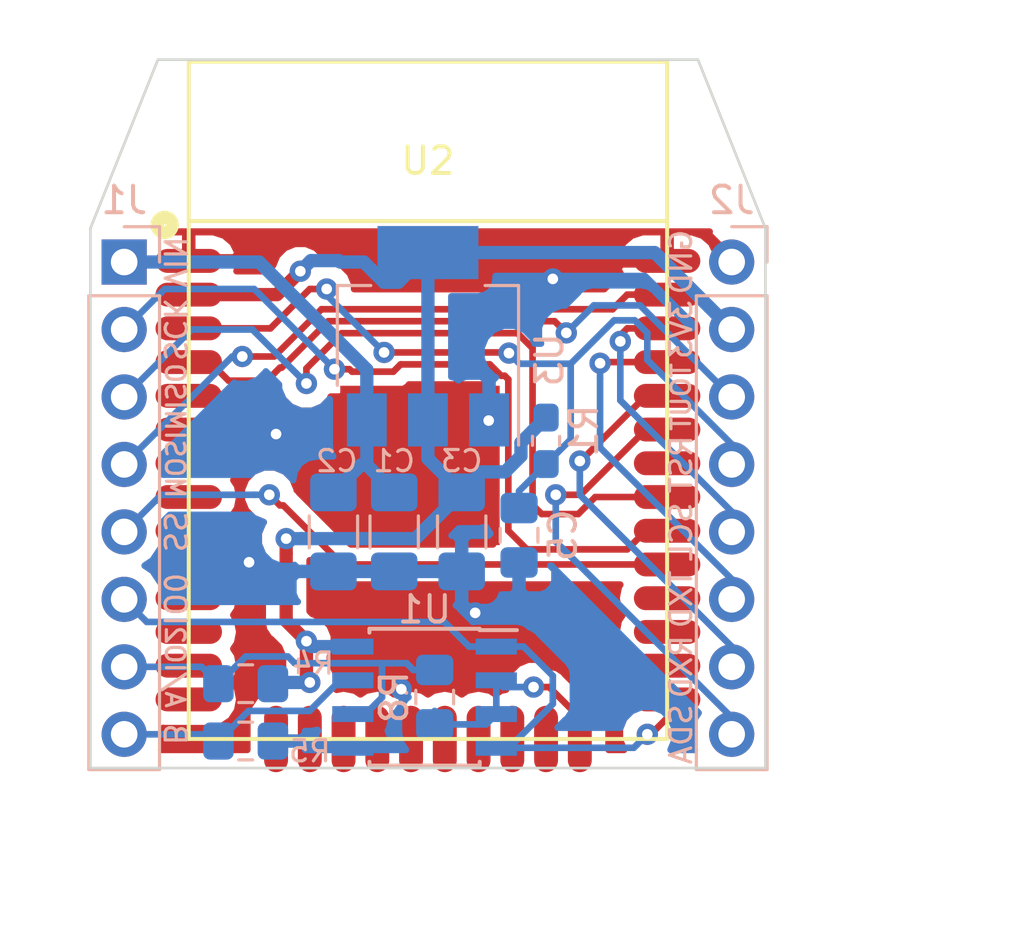
<source format=kicad_pcb>
(kicad_pcb (version 20171130) (host pcbnew 5.0.0)

  (general
    (thickness 1.6)
    (drawings 24)
    (tracks 212)
    (zones 0)
    (modules 13)
    (nets 41)
  )

  (page A4)
  (layers
    (0 F.Cu mixed)
    (31 B.Cu mixed)
    (32 B.Adhes user)
    (33 F.Adhes user)
    (34 B.Paste user)
    (35 F.Paste user)
    (36 B.SilkS user)
    (37 F.SilkS user)
    (38 B.Mask user)
    (39 F.Mask user)
    (40 Dwgs.User user)
    (41 Cmts.User user)
    (42 Eco1.User user)
    (43 Eco2.User user)
    (44 Edge.Cuts user)
    (45 Margin user)
    (46 B.CrtYd user)
    (47 F.CrtYd user)
    (48 B.Fab user)
    (49 F.Fab user)
  )

  (setup
    (last_trace_width 0.25)
    (trace_clearance 0.2)
    (zone_clearance 0.508)
    (zone_45_only no)
    (trace_min 0.2)
    (segment_width 0.2)
    (edge_width 0.1)
    (via_size 0.8)
    (via_drill 0.4)
    (via_min_size 0.4)
    (via_min_drill 0.3)
    (uvia_size 0.3)
    (uvia_drill 0.1)
    (uvias_allowed no)
    (uvia_min_size 0.2)
    (uvia_min_drill 0.1)
    (pcb_text_width 0.3)
    (pcb_text_size 1.5 1.5)
    (mod_edge_width 0.15)
    (mod_text_size 1 1)
    (mod_text_width 0.15)
    (pad_size 6 6)
    (pad_drill 0)
    (pad_to_mask_clearance 0)
    (aux_axis_origin 0 0)
    (visible_elements FFFFFF7F)
    (pcbplotparams
      (layerselection 0x010f0_ffffffff)
      (usegerberextensions true)
      (usegerberattributes false)
      (usegerberadvancedattributes false)
      (creategerberjobfile false)
      (excludeedgelayer true)
      (linewidth 0.100000)
      (plotframeref false)
      (viasonmask false)
      (mode 1)
      (useauxorigin false)
      (hpglpennumber 1)
      (hpglpenspeed 20)
      (hpglpendiameter 15.000000)
      (psnegative false)
      (psa4output false)
      (plotreference true)
      (plotvalue false)
      (plotinvisibletext false)
      (padsonsilk false)
      (subtractmaskfromsilk true)
      (outputformat 1)
      (mirror false)
      (drillshape 0)
      (scaleselection 1)
      (outputdirectory ""))
  )

  (net 0 "")
  (net 1 VCC)
  (net 2 SCK)
  (net 3 MISO)
  (net 4 MOSI)
  (net 5 SS)
  (net 6 IO0)
  (net 7 A)
  (net 8 B)
  (net 9 SDA)
  (net 10 RXD)
  (net 11 TXD)
  (net 12 SCL)
  (net 13 RST)
  (net 14 TOUT)
  (net 15 +3V3)
  (net 16 GND)
  (net 17 "Net-(U2-Pad32)")
  (net 18 "Net-(U2-Pad28)")
  (net 19 "Net-(U2-Pad27)")
  (net 20 "Net-(U2-Pad26)")
  (net 21 IO2)
  (net 22 "Net-(U2-Pad23)")
  (net 23 "Net-(U2-Pad22)")
  (net 24 "Net-(U2-Pad21)")
  (net 25 "Net-(U2-Pad20)")
  (net 26 "Net-(U2-Pad19)")
  (net 27 "Net-(U2-Pad18)")
  (net 28 "Net-(U2-Pad17)")
  (net 29 "Net-(U2-Pad16)")
  (net 30 "Net-(U2-Pad15)")
  (net 31 "Net-(U2-Pad14)")
  (net 32 "Net-(U2-Pad13)")
  (net 33 "Net-(U2-Pad12)")
  (net 34 "Net-(U2-Pad11)")
  (net 35 "Net-(U2-Pad10)")
  (net 36 "Net-(U2-Pad9)")
  (net 37 "Net-(U2-Pad8)")
  (net 38 "Net-(U2-Pad7)")
  (net 39 "Net-(U2-Pad6)")
  (net 40 "Net-(U2-Pad5)")

  (net_class Default "これはデフォルトのネット クラスです。"
    (clearance 0.2)
    (trace_width 0.25)
    (via_dia 0.8)
    (via_drill 0.4)
    (uvia_dia 0.3)
    (uvia_drill 0.1)
    (add_net A)
    (add_net B)
    (add_net IO0)
    (add_net IO2)
    (add_net MISO)
    (add_net MOSI)
    (add_net "Net-(U2-Pad10)")
    (add_net "Net-(U2-Pad11)")
    (add_net "Net-(U2-Pad12)")
    (add_net "Net-(U2-Pad13)")
    (add_net "Net-(U2-Pad14)")
    (add_net "Net-(U2-Pad15)")
    (add_net "Net-(U2-Pad16)")
    (add_net "Net-(U2-Pad17)")
    (add_net "Net-(U2-Pad18)")
    (add_net "Net-(U2-Pad19)")
    (add_net "Net-(U2-Pad20)")
    (add_net "Net-(U2-Pad21)")
    (add_net "Net-(U2-Pad22)")
    (add_net "Net-(U2-Pad23)")
    (add_net "Net-(U2-Pad26)")
    (add_net "Net-(U2-Pad27)")
    (add_net "Net-(U2-Pad28)")
    (add_net "Net-(U2-Pad32)")
    (add_net "Net-(U2-Pad5)")
    (add_net "Net-(U2-Pad6)")
    (add_net "Net-(U2-Pad7)")
    (add_net "Net-(U2-Pad8)")
    (add_net "Net-(U2-Pad9)")
    (add_net RST)
    (add_net RXD)
    (add_net SCK)
    (add_net SCL)
    (add_net SDA)
    (add_net SS)
    (add_net TOUT)
    (add_net TXD)
  )

  (net_class POWER ""
    (clearance 0.2)
    (trace_width 0.5)
    (via_dia 0.8)
    (via_drill 0.4)
    (uvia_dia 0.3)
    (uvia_drill 0.1)
    (add_net +3V3)
    (add_net GND)
    (add_net VCC)
  )

  (module Connector_PinHeader_2.54mm:PinHeader_1x08_P2.54mm_Vertical (layer B.Cu) (tedit 59FED5CC) (tstamp 5BE4EAC1)
    (at 129.54 96.52 180)
    (descr "Through hole straight pin header, 1x08, 2.54mm pitch, single row")
    (tags "Through hole pin header THT 1x08 2.54mm single row")
    (path /5B94B3AE)
    (fp_text reference J1 (at 0 2.33 180) (layer B.SilkS)
      (effects (font (size 1 1) (thickness 0.15)) (justify mirror))
    )
    (fp_text value Conn_01x08 (at 0 -20.11 180) (layer B.Fab)
      (effects (font (size 1 1) (thickness 0.15)) (justify mirror))
    )
    (fp_line (start -0.635 1.27) (end 1.27 1.27) (layer B.Fab) (width 0.1))
    (fp_line (start 1.27 1.27) (end 1.27 -19.05) (layer B.Fab) (width 0.1))
    (fp_line (start 1.27 -19.05) (end -1.27 -19.05) (layer B.Fab) (width 0.1))
    (fp_line (start -1.27 -19.05) (end -1.27 0.635) (layer B.Fab) (width 0.1))
    (fp_line (start -1.27 0.635) (end -0.635 1.27) (layer B.Fab) (width 0.1))
    (fp_line (start -1.33 -19.11) (end 1.33 -19.11) (layer B.SilkS) (width 0.12))
    (fp_line (start -1.33 -1.27) (end -1.33 -19.11) (layer B.SilkS) (width 0.12))
    (fp_line (start 1.33 -1.27) (end 1.33 -19.11) (layer B.SilkS) (width 0.12))
    (fp_line (start -1.33 -1.27) (end 1.33 -1.27) (layer B.SilkS) (width 0.12))
    (fp_line (start -1.33 0) (end -1.33 1.33) (layer B.SilkS) (width 0.12))
    (fp_line (start -1.33 1.33) (end 0 1.33) (layer B.SilkS) (width 0.12))
    (fp_line (start -1.8 1.8) (end -1.8 -19.55) (layer B.CrtYd) (width 0.05))
    (fp_line (start -1.8 -19.55) (end 1.8 -19.55) (layer B.CrtYd) (width 0.05))
    (fp_line (start 1.8 -19.55) (end 1.8 1.8) (layer B.CrtYd) (width 0.05))
    (fp_line (start 1.8 1.8) (end -1.8 1.8) (layer B.CrtYd) (width 0.05))
    (fp_text user %R (at 0 -8.89 90) (layer B.Fab)
      (effects (font (size 1 1) (thickness 0.15)) (justify mirror))
    )
    (pad 1 thru_hole rect (at 0 0 180) (size 1.7 1.7) (drill 1) (layers *.Cu *.Mask)
      (net 1 VCC))
    (pad 2 thru_hole oval (at 0 -2.54 180) (size 1.7 1.7) (drill 1) (layers *.Cu *.Mask)
      (net 2 SCK))
    (pad 3 thru_hole oval (at 0 -5.08 180) (size 1.7 1.7) (drill 1) (layers *.Cu *.Mask)
      (net 3 MISO))
    (pad 4 thru_hole oval (at 0 -7.62 180) (size 1.7 1.7) (drill 1) (layers *.Cu *.Mask)
      (net 4 MOSI))
    (pad 5 thru_hole oval (at 0 -10.16 180) (size 1.7 1.7) (drill 1) (layers *.Cu *.Mask)
      (net 5 SS))
    (pad 6 thru_hole oval (at 0 -12.7 180) (size 1.7 1.7) (drill 1) (layers *.Cu *.Mask)
      (net 6 IO0))
    (pad 7 thru_hole oval (at 0 -15.24 180) (size 1.7 1.7) (drill 1) (layers *.Cu *.Mask)
      (net 7 A))
    (pad 8 thru_hole oval (at 0 -17.78 180) (size 1.7 1.7) (drill 1) (layers *.Cu *.Mask)
      (net 8 B))
    (model ${KISYS3DMOD}/Connector_PinHeader_2.54mm.3dshapes/PinHeader_1x08_P2.54mm_Vertical.wrl
      (at (xyz 0 0 0))
      (scale (xyz 1 1 1))
      (rotate (xyz 0 0 0))
    )
  )

  (module Connector_PinHeader_2.54mm:PinHeader_1x08_P2.54mm_Vertical (layer B.Cu) (tedit 5BE2C4AE) (tstamp 5BE4EADD)
    (at 152.4 96.52 180)
    (descr "Through hole straight pin header, 1x08, 2.54mm pitch, single row")
    (tags "Through hole pin header THT 1x08 2.54mm single row")
    (path /5B94E662)
    (fp_text reference J2 (at 0 2.33 180) (layer B.SilkS)
      (effects (font (size 1 1) (thickness 0.15)) (justify mirror))
    )
    (fp_text value Conn_01x08 (at 0 -20.11 180) (layer B.Fab)
      (effects (font (size 1 1) (thickness 0.15)) (justify mirror))
    )
    (fp_text user %R (at 0 -8.89 90) (layer B.Fab)
      (effects (font (size 1 1) (thickness 0.15)) (justify mirror))
    )
    (fp_line (start 1.8 1.8) (end -1.8 1.8) (layer B.CrtYd) (width 0.05))
    (fp_line (start 1.8 -19.55) (end 1.8 1.8) (layer B.CrtYd) (width 0.05))
    (fp_line (start -1.8 -19.55) (end 1.8 -19.55) (layer B.CrtYd) (width 0.05))
    (fp_line (start -1.8 1.8) (end -1.8 -19.55) (layer B.CrtYd) (width 0.05))
    (fp_line (start -1.33 1.33) (end 0 1.33) (layer B.SilkS) (width 0.12))
    (fp_line (start -1.33 0) (end -1.33 1.33) (layer B.SilkS) (width 0.12))
    (fp_line (start -1.33 -1.27) (end 1.33 -1.27) (layer B.SilkS) (width 0.12))
    (fp_line (start 1.33 -1.27) (end 1.33 -19.11) (layer B.SilkS) (width 0.12))
    (fp_line (start -1.33 -1.27) (end -1.33 -19.11) (layer B.SilkS) (width 0.12))
    (fp_line (start -1.33 -19.11) (end 1.33 -19.11) (layer B.SilkS) (width 0.12))
    (fp_line (start -1.27 0.635) (end -0.635 1.27) (layer B.Fab) (width 0.1))
    (fp_line (start -1.27 -19.05) (end -1.27 0.635) (layer B.Fab) (width 0.1))
    (fp_line (start 1.27 -19.05) (end -1.27 -19.05) (layer B.Fab) (width 0.1))
    (fp_line (start 1.27 1.27) (end 1.27 -19.05) (layer B.Fab) (width 0.1))
    (fp_line (start -0.635 1.27) (end 1.27 1.27) (layer B.Fab) (width 0.1))
    (pad 8 thru_hole oval (at 0 -17.78 180) (size 1.7 1.7) (drill 1) (layers *.Cu *.Mask)
      (net 9 SDA))
    (pad 7 thru_hole oval (at 0 -15.24 180) (size 1.7 1.7) (drill 1) (layers *.Cu *.Mask)
      (net 10 RXD))
    (pad 6 thru_hole oval (at 0 -12.7 180) (size 1.7 1.7) (drill 1) (layers *.Cu *.Mask)
      (net 11 TXD))
    (pad 5 thru_hole oval (at 0 -10.16 180) (size 1.7 1.7) (drill 1) (layers *.Cu *.Mask)
      (net 12 SCL))
    (pad 4 thru_hole oval (at 0 -7.62 180) (size 1.7 1.7) (drill 1) (layers *.Cu *.Mask)
      (net 13 RST))
    (pad 3 thru_hole oval (at 0 -5.08 180) (size 1.7 1.7) (drill 1) (layers *.Cu *.Mask)
      (net 14 TOUT))
    (pad 2 thru_hole oval (at 0 -2.54 180) (size 1.7 1.7) (drill 1) (layers *.Cu *.Mask)
      (net 15 +3V3))
    (pad 1 thru_hole circle (at 0 0 180) (size 1.7 1.7) (drill 1) (layers *.Cu *.Mask)
      (net 16 GND))
    (model ${KISYS3DMOD}/Connector_PinHeader_2.54mm.3dshapes/PinHeader_1x08_P2.54mm_Vertical.wrl
      (at (xyz 0 0 0))
      (scale (xyz 1 1 1))
      (rotate (xyz 0 0 0))
    )
  )

  (module esp32:ESP32-WROOM (layer F.Cu) (tedit 5BE3A7C1) (tstamp 5BE4EB10)
    (at 140.97 101.727 180)
    (path /5BE3DB20)
    (fp_text reference U2 (at 0 9.017 180) (layer F.SilkS)
      (effects (font (size 1 1) (thickness 0.15)))
    )
    (fp_text value ESP32-WROOM (at 5.715 14.224 180) (layer F.Fab)
      (effects (font (size 1 1) (thickness 0.15)))
    )
    (fp_text user "Espressif Systems" (at -6.858 -0.889 270) (layer F.SilkS) hide
      (effects (font (size 1 1) (thickness 0.15)))
    )
    (fp_circle (center 9.906 6.604) (end 10.033 6.858) (layer F.SilkS) (width 0.5))
    (fp_text user ESP32-WROOM (at -5.207 0.254 270) (layer F.SilkS) hide
      (effects (font (size 1 1) (thickness 0.15)))
    )
    (fp_line (start -9 6.75) (end 9 6.75) (layer F.SilkS) (width 0.15))
    (fp_line (start 9 12.75) (end 9 -12.75) (layer F.SilkS) (width 0.15))
    (fp_line (start -9 12.75) (end -9 -12.75) (layer F.SilkS) (width 0.15))
    (fp_line (start -9 -12.75) (end 9 -12.75) (layer F.SilkS) (width 0.15))
    (fp_line (start -9 12.75) (end 9 12.75) (layer F.SilkS) (width 0.15))
    (pad 38 smd oval (at -9 5.25 180) (size 2.5 0.9) (layers F.Cu F.Paste F.Mask)
      (net 16 GND))
    (pad 37 smd oval (at -9 3.98 180) (size 2.5 0.9) (layers F.Cu F.Paste F.Mask)
      (net 4 MOSI))
    (pad 36 smd oval (at -9 2.71 180) (size 2.5 0.9) (layers F.Cu F.Paste F.Mask)
      (net 12 SCL))
    (pad 35 smd oval (at -9 1.44 180) (size 2.5 0.9) (layers F.Cu F.Paste F.Mask)
      (net 11 TXD))
    (pad 34 smd oval (at -9 0.17 180) (size 2.5 0.9) (layers F.Cu F.Paste F.Mask)
      (net 10 RXD))
    (pad 33 smd oval (at -9 -1.1 180) (size 2.5 0.9) (layers F.Cu F.Paste F.Mask)
      (net 9 SDA))
    (pad 32 smd oval (at -9 -2.37 180) (size 2.5 0.9) (layers F.Cu F.Paste F.Mask)
      (net 17 "Net-(U2-Pad32)"))
    (pad 31 smd oval (at -9 -3.64 180) (size 2.5 0.9) (layers F.Cu F.Paste F.Mask)
      (net 3 MISO))
    (pad 30 smd oval (at -9 -4.91 180) (size 2.5 0.9) (layers F.Cu F.Paste F.Mask)
      (net 2 SCK))
    (pad 29 smd oval (at -9 -6.18 180) (size 2.5 0.9) (layers F.Cu F.Paste F.Mask)
      (net 5 SS))
    (pad 28 smd oval (at -9 -7.45 180) (size 2.5 0.9) (layers F.Cu F.Paste F.Mask)
      (net 18 "Net-(U2-Pad28)"))
    (pad 27 smd oval (at -9 -8.72 180) (size 2.5 0.9) (layers F.Cu F.Paste F.Mask)
      (net 19 "Net-(U2-Pad27)"))
    (pad 26 smd oval (at -9 -9.99 180) (size 2.5 0.9) (layers F.Cu F.Paste F.Mask)
      (net 20 "Net-(U2-Pad26)"))
    (pad 25 smd oval (at -9 -11.26 180) (size 2.5 0.9) (layers F.Cu F.Paste F.Mask)
      (net 6 IO0))
    (pad 24 smd oval (at -5.715 -12.75 180) (size 0.9 2.5) (layers F.Cu F.Paste F.Mask)
      (net 21 IO2))
    (pad 23 smd oval (at -4.445 -12.75 180) (size 0.9 2.5) (layers F.Cu F.Paste F.Mask)
      (net 22 "Net-(U2-Pad23)"))
    (pad 22 smd oval (at -3.175 -12.75 180) (size 0.9 2.5) (layers F.Cu F.Paste F.Mask)
      (net 23 "Net-(U2-Pad22)"))
    (pad 21 smd oval (at -1.905 -12.75 180) (size 0.9 2.5) (layers F.Cu F.Paste F.Mask)
      (net 24 "Net-(U2-Pad21)"))
    (pad 20 smd oval (at -0.635 -12.75 180) (size 0.9 2.5) (layers F.Cu F.Paste F.Mask)
      (net 25 "Net-(U2-Pad20)"))
    (pad 19 smd oval (at 0.635 -12.75 180) (size 0.9 2.5) (layers F.Cu F.Paste F.Mask)
      (net 26 "Net-(U2-Pad19)"))
    (pad 18 smd oval (at 1.905 -12.75 180) (size 0.9 2.5) (layers F.Cu F.Paste F.Mask)
      (net 27 "Net-(U2-Pad18)"))
    (pad 17 smd oval (at 3.175 -12.75 180) (size 0.9 2.5) (layers F.Cu F.Paste F.Mask)
      (net 28 "Net-(U2-Pad17)"))
    (pad 16 smd oval (at 4.445 -12.75 180) (size 0.9 2.5) (layers F.Cu F.Paste F.Mask)
      (net 29 "Net-(U2-Pad16)"))
    (pad 15 smd oval (at 5.715 -12.75 180) (size 0.9 2.5) (layers F.Cu F.Paste F.Mask)
      (net 30 "Net-(U2-Pad15)"))
    (pad 14 smd oval (at 9 -11.26 180) (size 2.5 0.9) (layers F.Cu F.Paste F.Mask)
      (net 31 "Net-(U2-Pad14)"))
    (pad 13 smd oval (at 9 -9.99 180) (size 2.5 0.9) (layers F.Cu F.Paste F.Mask)
      (net 32 "Net-(U2-Pad13)"))
    (pad 12 smd oval (at 9 -8.72 180) (size 2.5 0.9) (layers F.Cu F.Paste F.Mask)
      (net 33 "Net-(U2-Pad12)"))
    (pad 11 smd oval (at 9 -7.45 180) (size 2.5 0.9) (layers F.Cu F.Paste F.Mask)
      (net 34 "Net-(U2-Pad11)"))
    (pad 10 smd oval (at 9 -6.18 180) (size 2.5 0.9) (layers F.Cu F.Paste F.Mask)
      (net 35 "Net-(U2-Pad10)"))
    (pad 9 smd oval (at 9 -4.91 180) (size 2.5 0.9) (layers F.Cu F.Paste F.Mask)
      (net 36 "Net-(U2-Pad9)"))
    (pad 8 smd oval (at 9 -3.64 180) (size 2.5 0.9) (layers F.Cu F.Paste F.Mask)
      (net 37 "Net-(U2-Pad8)"))
    (pad 7 smd oval (at 9 -2.37 180) (size 2.5 0.9) (layers F.Cu F.Paste F.Mask)
      (net 38 "Net-(U2-Pad7)"))
    (pad 6 smd oval (at 9 -1.1 180) (size 2.5 0.9) (layers F.Cu F.Paste F.Mask)
      (net 39 "Net-(U2-Pad6)"))
    (pad 5 smd oval (at 9 0.17 180) (size 2.5 0.9) (layers F.Cu F.Paste F.Mask)
      (net 40 "Net-(U2-Pad5)"))
    (pad 4 smd oval (at 9 1.44 180) (size 2.5 0.9) (layers F.Cu F.Paste F.Mask)
      (net 14 TOUT))
    (pad 3 smd oval (at 9 2.71 180) (size 2.5 0.9) (layers F.Cu F.Paste F.Mask)
      (net 13 RST))
    (pad 2 smd oval (at 9 3.98 180) (size 2.5 0.9) (layers F.Cu F.Paste F.Mask)
      (net 15 +3V3))
    (pad 1 smd oval (at 9 5.25 180) (size 2.5 0.9) (layers F.Cu F.Paste F.Mask)
      (net 16 GND))
    (pad 39 smd rect (at 0.3 -2.45 180) (size 6 6) (layers F.Cu F.Paste F.Mask)
      (net 16 GND) (zone_connect 2))
  )

  (module Resistor_SMD:R_0603_1608Metric_Pad1.05x0.95mm_HandSolder (layer B.Cu) (tedit 5B301BBD) (tstamp 5BE4ECB3)
    (at 145.415 103.251 90)
    (descr "Resistor SMD 0603 (1608 Metric), square (rectangular) end terminal, IPC_7351 nominal with elongated pad for handsoldering. (Body size source: http://www.tortai-tech.com/upload/download/2011102023233369053.pdf), generated with kicad-footprint-generator")
    (tags "resistor handsolder")
    (path /5B923C52)
    (attr smd)
    (fp_text reference R1 (at 0.381 1.43 90) (layer B.SilkS)
      (effects (font (size 1 1) (thickness 0.15)) (justify mirror))
    )
    (fp_text value 10K (at 0 -1.43 90) (layer B.Fab)
      (effects (font (size 1 1) (thickness 0.15)) (justify mirror))
    )
    (fp_line (start -0.8 -0.4) (end -0.8 0.4) (layer B.Fab) (width 0.1))
    (fp_line (start -0.8 0.4) (end 0.8 0.4) (layer B.Fab) (width 0.1))
    (fp_line (start 0.8 0.4) (end 0.8 -0.4) (layer B.Fab) (width 0.1))
    (fp_line (start 0.8 -0.4) (end -0.8 -0.4) (layer B.Fab) (width 0.1))
    (fp_line (start -0.171267 0.51) (end 0.171267 0.51) (layer B.SilkS) (width 0.12))
    (fp_line (start -0.171267 -0.51) (end 0.171267 -0.51) (layer B.SilkS) (width 0.12))
    (fp_line (start -1.65 -0.73) (end -1.65 0.73) (layer B.CrtYd) (width 0.05))
    (fp_line (start -1.65 0.73) (end 1.65 0.73) (layer B.CrtYd) (width 0.05))
    (fp_line (start 1.65 0.73) (end 1.65 -0.73) (layer B.CrtYd) (width 0.05))
    (fp_line (start 1.65 -0.73) (end -1.65 -0.73) (layer B.CrtYd) (width 0.05))
    (fp_text user %R (at 0 0 90) (layer B.Fab)
      (effects (font (size 0.4 0.4) (thickness 0.06)) (justify mirror))
    )
    (pad 1 smd roundrect (at -0.875 0 90) (size 1.05 0.95) (layers B.Cu B.Paste B.Mask) (roundrect_rratio 0.25)
      (net 13 RST))
    (pad 2 smd roundrect (at 0.875 0 90) (size 1.05 0.95) (layers B.Cu B.Paste B.Mask) (roundrect_rratio 0.25)
      (net 15 +3V3))
    (model ${KISYS3DMOD}/Resistor_SMD.3dshapes/R_0603_1608Metric.wrl
      (at (xyz 0 0 0))
      (scale (xyz 1 1 1))
      (rotate (xyz 0 0 0))
    )
  )

  (module Resistor_SMD:R_0805_2012Metric_Pad1.15x1.40mm_HandSolder (layer B.Cu) (tedit 5BE3A5C7) (tstamp 5BE4ECD5)
    (at 134.112 112.395)
    (descr "Resistor SMD 0805 (2012 Metric), square (rectangular) end terminal, IPC_7351 nominal with elongated pad for handsoldering. (Body size source: https://docs.google.com/spreadsheets/d/1BsfQQcO9C6DZCsRaXUlFlo91Tg2WpOkGARC1WS5S8t0/edit?usp=sharing), generated with kicad-footprint-generator")
    (tags "resistor handsolder")
    (path /5B9244E1)
    (attr smd)
    (fp_text reference R4 (at 2.54 -0.762) (layer B.SilkS)
      (effects (font (size 0.8 0.8) (thickness 0.12)) (justify mirror))
    )
    (fp_text value 20K (at 0 -1.65) (layer B.Fab)
      (effects (font (size 1 1) (thickness 0.15)) (justify mirror))
    )
    (fp_line (start -1 -0.6) (end -1 0.6) (layer B.Fab) (width 0.1))
    (fp_line (start -1 0.6) (end 1 0.6) (layer B.Fab) (width 0.1))
    (fp_line (start 1 0.6) (end 1 -0.6) (layer B.Fab) (width 0.1))
    (fp_line (start 1 -0.6) (end -1 -0.6) (layer B.Fab) (width 0.1))
    (fp_line (start -0.261252 0.71) (end 0.261252 0.71) (layer B.SilkS) (width 0.12))
    (fp_line (start -0.261252 -0.71) (end 0.261252 -0.71) (layer B.SilkS) (width 0.12))
    (fp_line (start -1.85 -0.95) (end -1.85 0.95) (layer B.CrtYd) (width 0.05))
    (fp_line (start -1.85 0.95) (end 1.85 0.95) (layer B.CrtYd) (width 0.05))
    (fp_line (start 1.85 0.95) (end 1.85 -0.95) (layer B.CrtYd) (width 0.05))
    (fp_line (start 1.85 -0.95) (end -1.85 -0.95) (layer B.CrtYd) (width 0.05))
    (fp_text user %R (at 0 0) (layer B.Fab)
      (effects (font (size 0.5 0.5) (thickness 0.08)) (justify mirror))
    )
    (pad 1 smd roundrect (at -1.025 0) (size 1.15 1.4) (layers B.Cu B.Paste B.Mask) (roundrect_rratio 0.217391)
      (net 7 A))
    (pad 2 smd roundrect (at 1.025 0) (size 1.15 1.4) (layers B.Cu B.Paste B.Mask) (roundrect_rratio 0.217391)
      (net 15 +3V3))
    (model ${KISYS3DMOD}/Resistor_SMD.3dshapes/R_0805_2012Metric.wrl
      (at (xyz 0 0 0))
      (scale (xyz 1 1 1))
      (rotate (xyz 0 0 0))
    )
  )

  (module Resistor_SMD:R_0805_2012Metric_Pad1.15x1.40mm_HandSolder (layer B.Cu) (tedit 5BE3A5D6) (tstamp 5BE4ECE6)
    (at 134.112 114.554 180)
    (descr "Resistor SMD 0805 (2012 Metric), square (rectangular) end terminal, IPC_7351 nominal with elongated pad for handsoldering. (Body size source: https://docs.google.com/spreadsheets/d/1BsfQQcO9C6DZCsRaXUlFlo91Tg2WpOkGARC1WS5S8t0/edit?usp=sharing), generated with kicad-footprint-generator")
    (tags "resistor handsolder")
    (path /5B9244E7)
    (attr smd)
    (fp_text reference R5 (at -2.413 -0.381 180) (layer B.SilkS)
      (effects (font (size 0.8 0.8) (thickness 0.12)) (justify mirror))
    )
    (fp_text value 20K (at 0 -1.65 180) (layer B.Fab)
      (effects (font (size 1 1) (thickness 0.15)) (justify mirror))
    )
    (fp_text user %R (at 0 0 180) (layer B.Fab)
      (effects (font (size 0.5 0.5) (thickness 0.08)) (justify mirror))
    )
    (fp_line (start 1.85 -0.95) (end -1.85 -0.95) (layer B.CrtYd) (width 0.05))
    (fp_line (start 1.85 0.95) (end 1.85 -0.95) (layer B.CrtYd) (width 0.05))
    (fp_line (start -1.85 0.95) (end 1.85 0.95) (layer B.CrtYd) (width 0.05))
    (fp_line (start -1.85 -0.95) (end -1.85 0.95) (layer B.CrtYd) (width 0.05))
    (fp_line (start -0.261252 -0.71) (end 0.261252 -0.71) (layer B.SilkS) (width 0.12))
    (fp_line (start -0.261252 0.71) (end 0.261252 0.71) (layer B.SilkS) (width 0.12))
    (fp_line (start 1 -0.6) (end -1 -0.6) (layer B.Fab) (width 0.1))
    (fp_line (start 1 0.6) (end 1 -0.6) (layer B.Fab) (width 0.1))
    (fp_line (start -1 0.6) (end 1 0.6) (layer B.Fab) (width 0.1))
    (fp_line (start -1 -0.6) (end -1 0.6) (layer B.Fab) (width 0.1))
    (pad 2 smd roundrect (at 1.025 0 180) (size 1.15 1.4) (layers B.Cu B.Paste B.Mask) (roundrect_rratio 0.217391)
      (net 8 B))
    (pad 1 smd roundrect (at -1.025 0 180) (size 1.15 1.4) (layers B.Cu B.Paste B.Mask) (roundrect_rratio 0.217391)
      (net 16 GND))
    (model ${KISYS3DMOD}/Resistor_SMD.3dshapes/R_0805_2012Metric.wrl
      (at (xyz 0 0 0))
      (scale (xyz 1 1 1))
      (rotate (xyz 0 0 0))
    )
  )

  (module Resistor_SMD:R_0805_2012Metric_Pad1.15x1.40mm_HandSolder (layer B.Cu) (tedit 5B36C52B) (tstamp 5BE4ECF7)
    (at 141.224 112.903 270)
    (descr "Resistor SMD 0805 (2012 Metric), square (rectangular) end terminal, IPC_7351 nominal with elongated pad for handsoldering. (Body size source: https://docs.google.com/spreadsheets/d/1BsfQQcO9C6DZCsRaXUlFlo91Tg2WpOkGARC1WS5S8t0/edit?usp=sharing), generated with kicad-footprint-generator")
    (tags "resistor handsolder")
    (path /5BDFB9CD)
    (attr smd)
    (fp_text reference R8 (at 0 1.524 270) (layer B.SilkS)
      (effects (font (size 1 1) (thickness 0.15)) (justify mirror))
    )
    (fp_text value 0 (at 0 -1.65 270) (layer B.Fab)
      (effects (font (size 1 1) (thickness 0.15)) (justify mirror))
    )
    (fp_text user %R (at 0 0 270) (layer B.Fab)
      (effects (font (size 0.5 0.5) (thickness 0.08)) (justify mirror))
    )
    (fp_line (start 1.85 -0.95) (end -1.85 -0.95) (layer B.CrtYd) (width 0.05))
    (fp_line (start 1.85 0.95) (end 1.85 -0.95) (layer B.CrtYd) (width 0.05))
    (fp_line (start -1.85 0.95) (end 1.85 0.95) (layer B.CrtYd) (width 0.05))
    (fp_line (start -1.85 -0.95) (end -1.85 0.95) (layer B.CrtYd) (width 0.05))
    (fp_line (start -0.261252 -0.71) (end 0.261252 -0.71) (layer B.SilkS) (width 0.12))
    (fp_line (start -0.261252 0.71) (end 0.261252 0.71) (layer B.SilkS) (width 0.12))
    (fp_line (start 1 -0.6) (end -1 -0.6) (layer B.Fab) (width 0.1))
    (fp_line (start 1 0.6) (end 1 -0.6) (layer B.Fab) (width 0.1))
    (fp_line (start -1 0.6) (end 1 0.6) (layer B.Fab) (width 0.1))
    (fp_line (start -1 -0.6) (end -1 0.6) (layer B.Fab) (width 0.1))
    (pad 2 smd roundrect (at 1.025 0 270) (size 1.15 1.4) (layers B.Cu B.Paste B.Mask) (roundrect_rratio 0.217391)
      (net 21 IO2))
    (pad 1 smd roundrect (at -1.025 0 270) (size 1.15 1.4) (layers B.Cu B.Paste B.Mask) (roundrect_rratio 0.217391)
      (net 7 A))
    (model ${KISYS3DMOD}/Resistor_SMD.3dshapes/R_0805_2012Metric.wrl
      (at (xyz 0 0 0))
      (scale (xyz 1 1 1))
      (rotate (xyz 0 0 0))
    )
  )

  (module Package_SO:SOIC-8_3.9x4.9mm_P1.27mm (layer B.Cu) (tedit 5A02F2D3) (tstamp 5BE2C5BB)
    (at 140.843 112.903 180)
    (descr "8-Lead Plastic Small Outline (SN) - Narrow, 3.90 mm Body [SOIC] (see Microchip Packaging Specification 00000049BS.pdf)")
    (tags "SOIC 1.27")
    (path /5B923B04)
    (attr smd)
    (fp_text reference U1 (at 0 3.302 180) (layer B.SilkS)
      (effects (font (size 1 1) (thickness 0.15)) (justify mirror))
    )
    (fp_text value MAX3485 (at 0 -3.5 180) (layer B.Fab)
      (effects (font (size 1 1) (thickness 0.15)) (justify mirror))
    )
    (fp_text user %R (at 0 0 180) (layer B.Fab)
      (effects (font (size 1 1) (thickness 0.15)) (justify mirror))
    )
    (fp_line (start -0.95 2.45) (end 1.95 2.45) (layer B.Fab) (width 0.1))
    (fp_line (start 1.95 2.45) (end 1.95 -2.45) (layer B.Fab) (width 0.1))
    (fp_line (start 1.95 -2.45) (end -1.95 -2.45) (layer B.Fab) (width 0.1))
    (fp_line (start -1.95 -2.45) (end -1.95 1.45) (layer B.Fab) (width 0.1))
    (fp_line (start -1.95 1.45) (end -0.95 2.45) (layer B.Fab) (width 0.1))
    (fp_line (start -3.73 2.7) (end -3.73 -2.7) (layer B.CrtYd) (width 0.05))
    (fp_line (start 3.73 2.7) (end 3.73 -2.7) (layer B.CrtYd) (width 0.05))
    (fp_line (start -3.73 2.7) (end 3.73 2.7) (layer B.CrtYd) (width 0.05))
    (fp_line (start -3.73 -2.7) (end 3.73 -2.7) (layer B.CrtYd) (width 0.05))
    (fp_line (start -2.075 2.575) (end -2.075 2.525) (layer B.SilkS) (width 0.15))
    (fp_line (start 2.075 2.575) (end 2.075 2.43) (layer B.SilkS) (width 0.15))
    (fp_line (start 2.075 -2.575) (end 2.075 -2.43) (layer B.SilkS) (width 0.15))
    (fp_line (start -2.075 -2.575) (end -2.075 -2.43) (layer B.SilkS) (width 0.15))
    (fp_line (start -2.075 2.575) (end 2.075 2.575) (layer B.SilkS) (width 0.15))
    (fp_line (start -2.075 -2.575) (end 2.075 -2.575) (layer B.SilkS) (width 0.15))
    (fp_line (start -2.075 2.525) (end -3.475 2.525) (layer B.SilkS) (width 0.15))
    (pad 1 smd rect (at -2.7 1.905 180) (size 1.55 0.6) (layers B.Cu B.Paste B.Mask)
      (net 6 IO0))
    (pad 2 smd rect (at -2.7 0.635 180) (size 1.55 0.6) (layers B.Cu B.Paste B.Mask)
      (net 21 IO2))
    (pad 3 smd rect (at -2.7 -0.635 180) (size 1.55 0.6) (layers B.Cu B.Paste B.Mask)
      (net 21 IO2))
    (pad 4 smd rect (at -2.7 -1.905 180) (size 1.55 0.6) (layers B.Cu B.Paste B.Mask)
      (net 6 IO0))
    (pad 5 smd rect (at 2.7 -1.905 180) (size 1.55 0.6) (layers B.Cu B.Paste B.Mask)
      (net 16 GND))
    (pad 6 smd rect (at 2.7 -0.635 180) (size 1.55 0.6) (layers B.Cu B.Paste B.Mask)
      (net 7 A))
    (pad 7 smd rect (at 2.7 0.635 180) (size 1.55 0.6) (layers B.Cu B.Paste B.Mask)
      (net 8 B))
    (pad 8 smd rect (at 2.7 1.905 180) (size 1.55 0.6) (layers B.Cu B.Paste B.Mask)
      (net 15 +3V3))
    (model ${KISYS3DMOD}/Package_SO.3dshapes/SOIC-8_3.9x4.9mm_P1.27mm.wrl
      (at (xyz 0 0 0))
      (scale (xyz 1 1 1))
      (rotate (xyz 0 0 0))
    )
  )

  (module Capacitor_SMD:C_1206_3216Metric_Pad1.42x1.75mm_HandSolder (layer B.Cu) (tedit 5BE3A5A5) (tstamp 5BE2C809)
    (at 139.7 106.68 270)
    (descr "Capacitor SMD 1206 (3216 Metric), square (rectangular) end terminal, IPC_7351 nominal with elongated pad for handsoldering. (Body size source: http://www.tortai-tech.com/upload/download/2011102023233369053.pdf), generated with kicad-footprint-generator")
    (tags "capacitor handsolder")
    (path /5BA86A4D)
    (attr smd)
    (fp_text reference C1 (at -2.667 0 180) (layer B.SilkS)
      (effects (font (size 0.8 0.8) (thickness 0.12)) (justify mirror))
    )
    (fp_text value C (at 0 -1.82 270) (layer B.Fab)
      (effects (font (size 1 1) (thickness 0.15)) (justify mirror))
    )
    (fp_line (start -1.6 -0.8) (end -1.6 0.8) (layer B.Fab) (width 0.1))
    (fp_line (start -1.6 0.8) (end 1.6 0.8) (layer B.Fab) (width 0.1))
    (fp_line (start 1.6 0.8) (end 1.6 -0.8) (layer B.Fab) (width 0.1))
    (fp_line (start 1.6 -0.8) (end -1.6 -0.8) (layer B.Fab) (width 0.1))
    (fp_line (start -0.602064 0.91) (end 0.602064 0.91) (layer B.SilkS) (width 0.12))
    (fp_line (start -0.602064 -0.91) (end 0.602064 -0.91) (layer B.SilkS) (width 0.12))
    (fp_line (start -2.45 -1.12) (end -2.45 1.12) (layer B.CrtYd) (width 0.05))
    (fp_line (start -2.45 1.12) (end 2.45 1.12) (layer B.CrtYd) (width 0.05))
    (fp_line (start 2.45 1.12) (end 2.45 -1.12) (layer B.CrtYd) (width 0.05))
    (fp_line (start 2.45 -1.12) (end -2.45 -1.12) (layer B.CrtYd) (width 0.05))
    (fp_text user %R (at 0 0 270) (layer B.Fab)
      (effects (font (size 0.8 0.8) (thickness 0.12)) (justify mirror))
    )
    (pad 1 smd roundrect (at -1.4875 0 270) (size 1.425 1.75) (layers B.Cu B.Paste B.Mask) (roundrect_rratio 0.175439)
      (net 1 VCC))
    (pad 2 smd roundrect (at 1.4875 0 270) (size 1.425 1.75) (layers B.Cu B.Paste B.Mask) (roundrect_rratio 0.175439)
      (net 16 GND))
    (model ${KISYS3DMOD}/Capacitor_SMD.3dshapes/C_1206_3216Metric.wrl
      (at (xyz 0 0 0))
      (scale (xyz 1 1 1))
      (rotate (xyz 0 0 0))
    )
  )

  (module Capacitor_SMD:C_1206_3216Metric_Pad1.42x1.75mm_HandSolder (layer B.Cu) (tedit 5BE3A5B6) (tstamp 5BE2C81A)
    (at 137.414 106.68 270)
    (descr "Capacitor SMD 1206 (3216 Metric), square (rectangular) end terminal, IPC_7351 nominal with elongated pad for handsoldering. (Body size source: http://www.tortai-tech.com/upload/download/2011102023233369053.pdf), generated with kicad-footprint-generator")
    (tags "capacitor handsolder")
    (path /5BA86B48)
    (attr smd)
    (fp_text reference C2 (at -2.667 -0.127 180) (layer B.SilkS)
      (effects (font (size 0.8 0.8) (thickness 0.12)) (justify mirror))
    )
    (fp_text value C (at 0 -1.82 270) (layer B.Fab)
      (effects (font (size 1 1) (thickness 0.15)) (justify mirror))
    )
    (fp_text user %R (at 0 0 270) (layer B.Fab)
      (effects (font (size 0.8 0.8) (thickness 0.12)) (justify mirror))
    )
    (fp_line (start 2.45 -1.12) (end -2.45 -1.12) (layer B.CrtYd) (width 0.05))
    (fp_line (start 2.45 1.12) (end 2.45 -1.12) (layer B.CrtYd) (width 0.05))
    (fp_line (start -2.45 1.12) (end 2.45 1.12) (layer B.CrtYd) (width 0.05))
    (fp_line (start -2.45 -1.12) (end -2.45 1.12) (layer B.CrtYd) (width 0.05))
    (fp_line (start -0.602064 -0.91) (end 0.602064 -0.91) (layer B.SilkS) (width 0.12))
    (fp_line (start -0.602064 0.91) (end 0.602064 0.91) (layer B.SilkS) (width 0.12))
    (fp_line (start 1.6 -0.8) (end -1.6 -0.8) (layer B.Fab) (width 0.1))
    (fp_line (start 1.6 0.8) (end 1.6 -0.8) (layer B.Fab) (width 0.1))
    (fp_line (start -1.6 0.8) (end 1.6 0.8) (layer B.Fab) (width 0.1))
    (fp_line (start -1.6 -0.8) (end -1.6 0.8) (layer B.Fab) (width 0.1))
    (pad 2 smd roundrect (at 1.4875 0 270) (size 1.425 1.75) (layers B.Cu B.Paste B.Mask) (roundrect_rratio 0.175439)
      (net 16 GND))
    (pad 1 smd roundrect (at -1.4875 0 270) (size 1.425 1.75) (layers B.Cu B.Paste B.Mask) (roundrect_rratio 0.175439)
      (net 1 VCC))
    (model ${KISYS3DMOD}/Capacitor_SMD.3dshapes/C_1206_3216Metric.wrl
      (at (xyz 0 0 0))
      (scale (xyz 1 1 1))
      (rotate (xyz 0 0 0))
    )
  )

  (module Capacitor_SMD:C_1206_3216Metric_Pad1.42x1.75mm_HandSolder (layer B.Cu) (tedit 5BE3A592) (tstamp 5BE2C82B)
    (at 142.24 106.68 270)
    (descr "Capacitor SMD 1206 (3216 Metric), square (rectangular) end terminal, IPC_7351 nominal with elongated pad for handsoldering. (Body size source: http://www.tortai-tech.com/upload/download/2011102023233369053.pdf), generated with kicad-footprint-generator")
    (tags "capacitor handsolder")
    (path /5BA86C88)
    (attr smd)
    (fp_text reference C3 (at -2.667 0) (layer B.SilkS)
      (effects (font (size 0.8 0.8) (thickness 0.12)) (justify mirror))
    )
    (fp_text value C (at 0 -1.82 270) (layer B.Fab)
      (effects (font (size 1 1) (thickness 0.15)) (justify mirror))
    )
    (fp_line (start -1.6 -0.8) (end -1.6 0.8) (layer B.Fab) (width 0.1))
    (fp_line (start -1.6 0.8) (end 1.6 0.8) (layer B.Fab) (width 0.1))
    (fp_line (start 1.6 0.8) (end 1.6 -0.8) (layer B.Fab) (width 0.1))
    (fp_line (start 1.6 -0.8) (end -1.6 -0.8) (layer B.Fab) (width 0.1))
    (fp_line (start -0.602064 0.91) (end 0.602064 0.91) (layer B.SilkS) (width 0.12))
    (fp_line (start -0.602064 -0.91) (end 0.602064 -0.91) (layer B.SilkS) (width 0.12))
    (fp_line (start -2.45 -1.12) (end -2.45 1.12) (layer B.CrtYd) (width 0.05))
    (fp_line (start -2.45 1.12) (end 2.45 1.12) (layer B.CrtYd) (width 0.05))
    (fp_line (start 2.45 1.12) (end 2.45 -1.12) (layer B.CrtYd) (width 0.05))
    (fp_line (start 2.45 -1.12) (end -2.45 -1.12) (layer B.CrtYd) (width 0.05))
    (fp_text user %R (at 0 0 270) (layer B.Fab)
      (effects (font (size 0.8 0.8) (thickness 0.12)) (justify mirror))
    )
    (pad 1 smd roundrect (at -1.4875 0 270) (size 1.425 1.75) (layers B.Cu B.Paste B.Mask) (roundrect_rratio 0.175439)
      (net 15 +3V3))
    (pad 2 smd roundrect (at 1.4875 0 270) (size 1.425 1.75) (layers B.Cu B.Paste B.Mask) (roundrect_rratio 0.175439)
      (net 16 GND))
    (model ${KISYS3DMOD}/Capacitor_SMD.3dshapes/C_1206_3216Metric.wrl
      (at (xyz 0 0 0))
      (scale (xyz 1 1 1))
      (rotate (xyz 0 0 0))
    )
  )

  (module Capacitor_SMD:C_0805_2012Metric_Pad1.15x1.40mm_HandSolder (layer B.Cu) (tedit 5B36C52B) (tstamp 5BE2C84D)
    (at 144.399 106.807 270)
    (descr "Capacitor SMD 0805 (2012 Metric), square (rectangular) end terminal, IPC_7351 nominal with elongated pad for handsoldering. (Body size source: https://docs.google.com/spreadsheets/d/1BsfQQcO9C6DZCsRaXUlFlo91Tg2WpOkGARC1WS5S8t0/edit?usp=sharing), generated with kicad-footprint-generator")
    (tags "capacitor handsolder")
    (path /5BA20D2D)
    (attr smd)
    (fp_text reference C5 (at 0 -1.651 270) (layer B.SilkS)
      (effects (font (size 1 1) (thickness 0.15)) (justify mirror))
    )
    (fp_text value C (at 0 -1.65 270) (layer B.Fab)
      (effects (font (size 1 1) (thickness 0.15)) (justify mirror))
    )
    (fp_line (start -1 -0.6) (end -1 0.6) (layer B.Fab) (width 0.1))
    (fp_line (start -1 0.6) (end 1 0.6) (layer B.Fab) (width 0.1))
    (fp_line (start 1 0.6) (end 1 -0.6) (layer B.Fab) (width 0.1))
    (fp_line (start 1 -0.6) (end -1 -0.6) (layer B.Fab) (width 0.1))
    (fp_line (start -0.261252 0.71) (end 0.261252 0.71) (layer B.SilkS) (width 0.12))
    (fp_line (start -0.261252 -0.71) (end 0.261252 -0.71) (layer B.SilkS) (width 0.12))
    (fp_line (start -1.85 -0.95) (end -1.85 0.95) (layer B.CrtYd) (width 0.05))
    (fp_line (start -1.85 0.95) (end 1.85 0.95) (layer B.CrtYd) (width 0.05))
    (fp_line (start 1.85 0.95) (end 1.85 -0.95) (layer B.CrtYd) (width 0.05))
    (fp_line (start 1.85 -0.95) (end -1.85 -0.95) (layer B.CrtYd) (width 0.05))
    (fp_text user %R (at 0 0 270) (layer B.Fab)
      (effects (font (size 0.5 0.5) (thickness 0.08)) (justify mirror))
    )
    (pad 1 smd roundrect (at -1.025 0 270) (size 1.15 1.4) (layers B.Cu B.Paste B.Mask) (roundrect_rratio 0.217391)
      (net 13 RST))
    (pad 2 smd roundrect (at 1.025 0 270) (size 1.15 1.4) (layers B.Cu B.Paste B.Mask) (roundrect_rratio 0.217391)
      (net 16 GND))
    (model ${KISYS3DMOD}/Capacitor_SMD.3dshapes/C_0805_2012Metric.wrl
      (at (xyz 0 0 0))
      (scale (xyz 1 1 1))
      (rotate (xyz 0 0 0))
    )
  )

  (module Package_TO_SOT_SMD:SOT-223-3_TabPin2 (layer B.Cu) (tedit 5A02FF57) (tstamp 5BE2C863)
    (at 140.97 99.314 90)
    (descr "module CMS SOT223 4 pins")
    (tags "CMS SOT")
    (path /5BA6808A)
    (attr smd)
    (fp_text reference U3 (at -0.889 4.572 90) (layer B.SilkS)
      (effects (font (size 1 1) (thickness 0.15)) (justify mirror))
    )
    (fp_text value ADP3338-3.3 (at 0 -4.5 90) (layer B.Fab)
      (effects (font (size 1 1) (thickness 0.15)) (justify mirror))
    )
    (fp_text user %R (at 0 0) (layer B.Fab)
      (effects (font (size 0.8 0.8) (thickness 0.12)) (justify mirror))
    )
    (fp_line (start 1.91 -3.41) (end 1.91 -2.15) (layer B.SilkS) (width 0.12))
    (fp_line (start 1.91 3.41) (end 1.91 2.15) (layer B.SilkS) (width 0.12))
    (fp_line (start 4.4 3.6) (end -4.4 3.6) (layer B.CrtYd) (width 0.05))
    (fp_line (start 4.4 -3.6) (end 4.4 3.6) (layer B.CrtYd) (width 0.05))
    (fp_line (start -4.4 -3.6) (end 4.4 -3.6) (layer B.CrtYd) (width 0.05))
    (fp_line (start -4.4 3.6) (end -4.4 -3.6) (layer B.CrtYd) (width 0.05))
    (fp_line (start -1.85 2.35) (end -0.85 3.35) (layer B.Fab) (width 0.1))
    (fp_line (start -1.85 2.35) (end -1.85 -3.35) (layer B.Fab) (width 0.1))
    (fp_line (start -1.85 -3.41) (end 1.91 -3.41) (layer B.SilkS) (width 0.12))
    (fp_line (start -0.85 3.35) (end 1.85 3.35) (layer B.Fab) (width 0.1))
    (fp_line (start -4.1 3.41) (end 1.91 3.41) (layer B.SilkS) (width 0.12))
    (fp_line (start -1.85 -3.35) (end 1.85 -3.35) (layer B.Fab) (width 0.1))
    (fp_line (start 1.85 3.35) (end 1.85 -3.35) (layer B.Fab) (width 0.1))
    (pad 2 smd rect (at 3.15 0 90) (size 2 3.8) (layers B.Cu B.Paste B.Mask)
      (net 15 +3V3))
    (pad 2 smd rect (at -3.15 0 90) (size 2 1.5) (layers B.Cu B.Paste B.Mask)
      (net 15 +3V3))
    (pad 3 smd rect (at -3.15 -2.3 90) (size 2 1.5) (layers B.Cu B.Paste B.Mask)
      (net 1 VCC))
    (pad 1 smd rect (at -3.15 2.3 90) (size 2 1.5) (layers B.Cu B.Paste B.Mask)
      (net 16 GND))
    (model ${KISYS3DMOD}/Package_TO_SOT_SMD.3dshapes/SOT-223.wrl
      (at (xyz 0 0 0))
      (scale (xyz 1 1 1))
      (rotate (xyz 0 0 0))
    )
  )

  (dimension 25.4 (width 0.3) (layer Cmts.User)
    (gr_text "25.400 mm" (at 140.97 123.385) (layer Cmts.User)
      (effects (font (size 1.5 1.5) (thickness 0.3)))
    )
    (feature1 (pts (xy 153.67 118.745) (xy 153.67 121.871421)))
    (feature2 (pts (xy 128.27 118.745) (xy 128.27 121.871421)))
    (crossbar (pts (xy 128.27 121.285) (xy 153.67 121.285)))
    (arrow1a (pts (xy 153.67 121.285) (xy 152.543496 121.871421)))
    (arrow1b (pts (xy 153.67 121.285) (xy 152.543496 120.698579)))
    (arrow2a (pts (xy 128.27 121.285) (xy 129.396504 121.871421)))
    (arrow2b (pts (xy 128.27 121.285) (xy 129.396504 120.698579)))
  )
  (dimension 26.67 (width 0.3) (layer Cmts.User)
    (gr_text "26.670 mm" (at 161.485 102.235 270) (layer Cmts.User)
      (effects (font (size 1.5 1.5) (thickness 0.3)))
    )
    (feature1 (pts (xy 156.21 115.57) (xy 159.971421 115.57)))
    (feature2 (pts (xy 156.21 88.9) (xy 159.971421 88.9)))
    (crossbar (pts (xy 159.385 88.9) (xy 159.385 115.57)))
    (arrow1a (pts (xy 159.385 115.57) (xy 158.798579 114.443496)))
    (arrow1b (pts (xy 159.385 115.57) (xy 159.971421 114.443496)))
    (arrow2a (pts (xy 159.385 88.9) (xy 158.798579 90.026504)))
    (arrow2b (pts (xy 159.385 88.9) (xy 159.971421 90.026504)))
  )
  (gr_text TXD (at 150.495 109.22 -270) (layer B.SilkS) (tstamp 5BE547FA)
    (effects (font (size 0.8 0.8) (thickness 0.12)) (justify mirror))
  )
  (gr_text SCL (at 150.495 106.68 -270) (layer B.SilkS) (tstamp 5BE5471A)
    (effects (font (size 0.8 0.8) (thickness 0.12)) (justify mirror))
  )
  (gr_text RXD (at 150.495 111.76 -270) (layer B.SilkS) (tstamp 5BE5463A)
    (effects (font (size 0.8 0.8) (thickness 0.12)) (justify mirror))
  )
  (gr_text RST (at 150.495 104.14 -270) (layer B.SilkS) (tstamp 5BE5455A)
    (effects (font (size 0.8 0.8) (thickness 0.12)) (justify mirror))
  )
  (gr_text TOUT (at 150.495 101.6 -270) (layer B.SilkS) (tstamp 5BE5447A)
    (effects (font (size 0.7 0.7) (thickness 0.12)) (justify mirror))
  )
  (gr_text SDA (at 150.495 114.3 -270) (layer B.SilkS) (tstamp 5BE5439A)
    (effects (font (size 0.8 0.8) (thickness 0.12)) (justify mirror))
  )
  (gr_text 3V3 (at 150.495 99.06 -270) (layer B.SilkS) (tstamp 5BE542BA)
    (effects (font (size 0.8 0.8) (thickness 0.12)) (justify mirror))
  )
  (gr_text GND (at 150.495 96.52 -270) (layer B.SilkS) (tstamp 5BE52782)
    (effects (font (size 0.8 0.8) (thickness 0.12)) (justify mirror))
  )
  (gr_text B (at 131.445 114.3 -90) (layer B.SilkS) (tstamp 5BE526A2)
    (effects (font (size 0.8 0.8) (thickness 0.12)) (justify mirror))
  )
  (gr_text A/IO2 (at 131.445 111.76 -90) (layer B.SilkS) (tstamp 5BE525C2)
    (effects (font (size 0.7 0.7) (thickness 0.12)) (justify mirror))
  )
  (gr_text IO0 (at 131.445 109.22 -90) (layer B.SilkS) (tstamp 5BE524E2)
    (effects (font (size 0.8 0.8) (thickness 0.12)) (justify mirror))
  )
  (gr_text SS (at 131.445 106.68 -90) (layer B.SilkS) (tstamp 5BE52402)
    (effects (font (size 0.8 0.8) (thickness 0.12)) (justify mirror))
  )
  (gr_text MOSI (at 131.445 104.14 -90) (layer B.SilkS) (tstamp 5BE52322)
    (effects (font (size 0.7 0.7) (thickness 0.12)) (justify mirror))
  )
  (gr_text MISO (at 131.445 101.6 -90) (layer B.SilkS) (tstamp 5BE52242)
    (effects (font (size 0.7 0.7) (thickness 0.12)) (justify mirror))
  )
  (gr_text SCK (at 131.445 99.06 -90) (layer B.SilkS) (tstamp 5BE52162)
    (effects (font (size 0.8 0.8) (thickness 0.12)) (justify mirror))
  )
  (gr_text VIN (at 131.445 96.52 -90) (layer B.SilkS)
    (effects (font (size 0.8 0.8) (thickness 0.12)) (justify mirror))
  )
  (gr_line (start 128.27 95.25) (end 128.27 115.57) (layer Edge.Cuts) (width 0.1))
  (gr_line (start 130.81 88.9) (end 128.27 95.25) (layer Edge.Cuts) (width 0.1))
  (gr_line (start 151.13 88.9) (end 153.67 95.25) (layer Edge.Cuts) (width 0.1))
  (gr_line (start 151.13 88.9) (end 130.81 88.9) (layer Edge.Cuts) (width 0.1))
  (gr_line (start 153.67 115.57) (end 153.67 95.25) (layer Edge.Cuts) (width 0.1))
  (gr_line (start 128.27 115.57) (end 153.67 115.57) (layer Edge.Cuts) (width 0.1))

  (segment (start 138.67 104.1625) (end 139.7 105.1925) (width 0.5) (layer B.Cu) (net 1))
  (segment (start 138.67 102.464) (end 138.67 104.1625) (width 0.5) (layer B.Cu) (net 1))
  (segment (start 138.444 104.1625) (end 137.414 105.1925) (width 0.5) (layer B.Cu) (net 1))
  (segment (start 138.67 104.1625) (end 138.444 104.1625) (width 0.5) (layer B.Cu) (net 1))
  (segment (start 138.67 100.57) (end 138.67 102.464) (width 0.5) (layer B.Cu) (net 1))
  (segment (start 134.62 96.52) (end 138.67 100.57) (width 0.5) (layer B.Cu) (net 1))
  (segment (start 129.54 96.52) (end 134.62 96.52) (width 0.5) (layer B.Cu) (net 1))
  (via (at 137.452605 100.554701) (size 0.8) (drill 0.4) (layers F.Cu B.Cu) (net 2))
  (segment (start 148.47 107.337) (end 144.695001 107.337) (width 0.25) (layer F.Cu) (net 2))
  (segment (start 149.97 106.637) (end 149.17 106.637) (width 0.25) (layer F.Cu) (net 2))
  (segment (start 143.995001 100.938001) (end 143.858002 100.801002) (width 0.25) (layer F.Cu) (net 2))
  (segment (start 149.17 106.637) (end 148.47 107.337) (width 0.25) (layer F.Cu) (net 2))
  (segment (start 143.995001 106.637) (end 143.995001 100.938001) (width 0.25) (layer F.Cu) (net 2))
  (segment (start 144.695001 107.337) (end 143.995001 106.637) (width 0.25) (layer F.Cu) (net 2))
  (segment (start 143.858002 100.801002) (end 143.727002 100.801002) (width 0.25) (layer F.Cu) (net 2))
  (segment (start 143.727002 100.801002) (end 143.299042 100.373042) (width 0.25) (layer F.Cu) (net 2))
  (segment (start 138.111622 100.648033) (end 138.01829 100.554701) (width 0.25) (layer F.Cu) (net 2))
  (segment (start 139.667001 100.648033) (end 138.111622 100.648033) (width 0.25) (layer F.Cu) (net 2))
  (segment (start 138.01829 100.554701) (end 137.452605 100.554701) (width 0.25) (layer F.Cu) (net 2))
  (segment (start 139.941992 100.373042) (end 139.667001 100.648033) (width 0.25) (layer F.Cu) (net 2))
  (segment (start 143.299042 100.373042) (end 139.941992 100.373042) (width 0.25) (layer F.Cu) (net 2))
  (segment (start 137.052606 100.154702) (end 137.452605 100.554701) (width 0.25) (layer B.Cu) (net 2))
  (segment (start 134.433904 97.536) (end 137.052606 100.154702) (width 0.25) (layer B.Cu) (net 2))
  (segment (start 129.54 99.06) (end 131.064 97.536) (width 0.25) (layer B.Cu) (net 2))
  (segment (start 131.064 97.536) (end 134.433904 97.536) (width 0.25) (layer B.Cu) (net 2))
  (via (at 136.398 101.092) (size 0.8) (drill 0.4) (layers F.Cu B.Cu) (net 3))
  (segment (start 136.398 100.526315) (end 136.398 101.092) (width 0.25) (layer F.Cu) (net 3))
  (segment (start 144.340026 99.198022) (end 137.726293 99.198022) (width 0.25) (layer F.Cu) (net 3))
  (segment (start 144.907 99.764996) (end 144.340026 99.198022) (width 0.25) (layer F.Cu) (net 3))
  (segment (start 144.907 105.664) (end 144.907 99.764996) (width 0.25) (layer F.Cu) (net 3))
  (segment (start 149.97 105.367) (end 147.26641 105.367) (width 0.25) (layer F.Cu) (net 3))
  (segment (start 137.726293 99.198022) (end 136.398 100.526315) (width 0.25) (layer F.Cu) (net 3))
  (segment (start 145.251001 106.008001) (end 144.907 105.664) (width 0.25) (layer F.Cu) (net 3))
  (segment (start 146.625409 106.008001) (end 145.251001 106.008001) (width 0.25) (layer F.Cu) (net 3))
  (segment (start 147.26641 105.367) (end 146.625409 106.008001) (width 0.25) (layer F.Cu) (net 3))
  (segment (start 132.08 99.06) (end 129.54 101.6) (width 0.25) (layer B.Cu) (net 3))
  (segment (start 136.398 101.092) (end 134.366 99.06) (width 0.25) (layer B.Cu) (net 3))
  (segment (start 134.366 99.06) (end 132.08 99.06) (width 0.25) (layer B.Cu) (net 3))
  (segment (start 148.47 97.747) (end 147.919 98.298) (width 0.25) (layer F.Cu) (net 4))
  (via (at 133.985 100.076) (size 0.8) (drill 0.4) (layers F.Cu B.Cu) (net 4))
  (segment (start 133.604 100.076) (end 133.985 100.076) (width 0.25) (layer B.Cu) (net 4))
  (segment (start 149.97 97.747) (end 148.47 97.747) (width 0.25) (layer F.Cu) (net 4))
  (segment (start 147.919 98.298) (end 136.963685 98.298) (width 0.25) (layer F.Cu) (net 4))
  (segment (start 134.550685 100.076) (end 133.985 100.076) (width 0.25) (layer F.Cu) (net 4))
  (segment (start 136.963685 98.298) (end 135.185685 100.076) (width 0.25) (layer F.Cu) (net 4))
  (segment (start 135.185685 100.076) (end 134.550685 100.076) (width 0.25) (layer F.Cu) (net 4))
  (segment (start 129.54 104.14) (end 133.604 100.076) (width 0.25) (layer B.Cu) (net 4))
  (via (at 135.001 105.283) (size 0.8) (drill 0.4) (layers F.Cu B.Cu) (net 5))
  (segment (start 135.527999 105.682999) (end 135.400999 105.682999) (width 0.25) (layer F.Cu) (net 5))
  (segment (start 149.97 107.907) (end 137.752 107.907) (width 0.25) (layer F.Cu) (net 5))
  (segment (start 137.752 107.907) (end 135.527999 105.682999) (width 0.25) (layer F.Cu) (net 5))
  (segment (start 130.937 105.283) (end 134.435315 105.283) (width 0.25) (layer B.Cu) (net 5))
  (segment (start 134.435315 105.283) (end 135.001 105.283) (width 0.25) (layer B.Cu) (net 5))
  (segment (start 135.400999 105.682999) (end 135.001 105.283) (width 0.25) (layer F.Cu) (net 5))
  (segment (start 129.54 106.68) (end 130.937 105.283) (width 0.25) (layer B.Cu) (net 5))
  (segment (start 144.018 114.808) (end 143.543 114.808) (width 0.25) (layer B.Cu) (net 6))
  (segment (start 145.669 113.157) (end 144.018 114.808) (width 0.25) (layer B.Cu) (net 6))
  (segment (start 145.669 112.099) (end 145.669 113.157) (width 0.25) (layer B.Cu) (net 6))
  (segment (start 143.543 110.998) (end 144.568 110.998) (width 0.25) (layer B.Cu) (net 6))
  (segment (start 144.568 110.998) (end 145.669 112.099) (width 0.25) (layer B.Cu) (net 6))
  (segment (start 142.518 110.998) (end 143.543 110.998) (width 0.25) (layer B.Cu) (net 6))
  (segment (start 141.589999 110.069999) (end 142.518 110.998) (width 0.25) (layer B.Cu) (net 6))
  (segment (start 130.389999 110.069999) (end 141.589999 110.069999) (width 0.25) (layer B.Cu) (net 6))
  (segment (start 129.54 109.22) (end 130.389999 110.069999) (width 0.25) (layer B.Cu) (net 6))
  (via (at 149.225014 114.3) (size 0.8) (drill 0.4) (layers F.Cu B.Cu) (net 6))
  (segment (start 149.97 113.687) (end 149.357 114.3) (width 0.25) (layer F.Cu) (net 6))
  (segment (start 149.357 114.3) (end 149.225014 114.3) (width 0.25) (layer F.Cu) (net 6))
  (segment (start 149.97 112.987) (end 149.97 113.687) (width 0.25) (layer F.Cu) (net 6))
  (segment (start 148.825015 114.699999) (end 149.225014 114.3) (width 0.25) (layer B.Cu) (net 6))
  (segment (start 143.543 114.808) (end 148.717014 114.808) (width 0.25) (layer B.Cu) (net 6))
  (segment (start 148.717014 114.808) (end 148.825015 114.699999) (width 0.25) (layer B.Cu) (net 6))
  (segment (start 132.452 111.76) (end 133.087 112.395) (width 0.25) (layer B.Cu) (net 7))
  (segment (start 129.54 111.76) (end 132.452 111.76) (width 0.25) (layer B.Cu) (net 7))
  (segment (start 133.710372 111.771628) (end 133.087 112.395) (width 0.25) (layer B.Cu) (net 7))
  (segment (start 134.11201 111.36999) (end 133.710372 111.771628) (width 0.25) (layer B.Cu) (net 7))
  (segment (start 135.70018 111.36999) (end 134.11201 111.36999) (width 0.25) (layer B.Cu) (net 7))
  (segment (start 135.953191 111.623001) (end 135.70018 111.36999) (width 0.25) (layer B.Cu) (net 7))
  (segment (start 140.424 111.878) (end 140.169001 111.623001) (width 0.25) (layer B.Cu) (net 7))
  (segment (start 141.224 111.878) (end 140.424 111.878) (width 0.25) (layer B.Cu) (net 7))
  (segment (start 139.243001 112.912999) (end 139.243001 111.674002) (width 0.25) (layer B.Cu) (net 7))
  (segment (start 138.618 113.538) (end 139.243001 112.912999) (width 0.25) (layer B.Cu) (net 7))
  (segment (start 140.169001 111.623001) (end 139.192 111.623001) (width 0.25) (layer B.Cu) (net 7))
  (segment (start 139.243001 111.674002) (end 139.192 111.623001) (width 0.25) (layer B.Cu) (net 7))
  (segment (start 138.143 113.538) (end 138.618 113.538) (width 0.25) (layer B.Cu) (net 7))
  (segment (start 139.192 111.623001) (end 135.953191 111.623001) (width 0.25) (layer B.Cu) (net 7))
  (segment (start 132.833 114.3) (end 133.087 114.554) (width 0.25) (layer B.Cu) (net 8))
  (segment (start 129.54 114.3) (end 132.833 114.3) (width 0.25) (layer B.Cu) (net 8))
  (segment (start 137.668 112.268) (end 138.143 112.268) (width 0.25) (layer B.Cu) (net 8))
  (segment (start 136.51599 113.42001) (end 137.668 112.268) (width 0.25) (layer B.Cu) (net 8))
  (segment (start 134.22099 113.42001) (end 136.51599 113.42001) (width 0.25) (layer B.Cu) (net 8))
  (segment (start 133.087 114.554) (end 134.22099 113.42001) (width 0.25) (layer B.Cu) (net 8))
  (via (at 145.78 105.283) (size 0.8) (drill 0.4) (layers F.Cu B.Cu) (net 9))
  (segment (start 149.97 102.827) (end 149.17 102.827) (width 0.25) (layer F.Cu) (net 9))
  (segment (start 149.17 102.827) (end 146.714 105.283) (width 0.25) (layer F.Cu) (net 9))
  (segment (start 146.714 105.283) (end 145.78 105.283) (width 0.25) (layer F.Cu) (net 9))
  (segment (start 152.4 113.665) (end 152.4 114.3) (width 0.25) (layer B.Cu) (net 9))
  (segment (start 145.78 105.283) (end 145.78 107.045) (width 0.25) (layer B.Cu) (net 9))
  (segment (start 145.78 107.045) (end 152.4 113.665) (width 0.25) (layer B.Cu) (net 9))
  (segment (start 149.17 101.557) (end 146.714 104.013) (width 0.25) (layer F.Cu) (net 10))
  (segment (start 146.714 104.013) (end 146.685 104.013) (width 0.25) (layer F.Cu) (net 10))
  (via (at 146.685 104.013) (size 0.8) (drill 0.4) (layers F.Cu B.Cu) (net 10))
  (segment (start 149.97 101.557) (end 149.17 101.557) (width 0.25) (layer F.Cu) (net 10))
  (segment (start 146.685 105.283) (end 146.685 104.578685) (width 0.25) (layer B.Cu) (net 10))
  (segment (start 146.685 104.578685) (end 146.685 104.013) (width 0.25) (layer B.Cu) (net 10))
  (segment (start 152.4 111.76) (end 152.4 110.998) (width 0.25) (layer B.Cu) (net 10))
  (segment (start 152.4 110.998) (end 146.685 105.283) (width 0.25) (layer B.Cu) (net 10))
  (segment (start 152.273 109.093) (end 152.4 109.22) (width 0.25) (layer B.Cu) (net 11))
  (via (at 147.446998 100.33) (size 0.8) (drill 0.4) (layers F.Cu B.Cu) (net 11))
  (segment (start 149.97 100.287) (end 147.489998 100.287) (width 0.25) (layer F.Cu) (net 11))
  (segment (start 147.489998 100.287) (end 147.446998 100.33) (width 0.25) (layer F.Cu) (net 11))
  (segment (start 147.446998 100.895685) (end 147.446998 100.33) (width 0.25) (layer B.Cu) (net 11))
  (segment (start 152.4 109.22) (end 152.4 108.458) (width 0.25) (layer B.Cu) (net 11))
  (segment (start 147.446998 103.504998) (end 147.446998 100.895685) (width 0.25) (layer B.Cu) (net 11))
  (segment (start 152.4 108.458) (end 147.446998 103.504998) (width 0.25) (layer B.Cu) (net 11))
  (segment (start 148.47 99.017) (end 148.208999 99.278001) (width 0.25) (layer F.Cu) (net 12))
  (segment (start 152.4 105.918) (end 148.208999 101.726999) (width 0.25) (layer B.Cu) (net 12))
  (segment (start 152.4 106.68) (end 152.4 105.918) (width 0.25) (layer B.Cu) (net 12))
  (segment (start 148.208999 101.726999) (end 148.208999 100.073007) (width 0.25) (layer B.Cu) (net 12))
  (segment (start 148.208999 100.073007) (end 148.208999 99.507322) (width 0.25) (layer B.Cu) (net 12))
  (segment (start 149.97 99.017) (end 148.47 99.017) (width 0.25) (layer F.Cu) (net 12))
  (via (at 148.208999 99.507322) (size 0.8) (drill 0.4) (layers F.Cu B.Cu) (net 12))
  (segment (start 148.208999 99.278001) (end 148.208999 99.507322) (width 0.25) (layer F.Cu) (net 12))
  (via (at 144.018 99.949) (size 0.8) (drill 0.4) (layers F.Cu B.Cu) (net 13))
  (segment (start 144.399 105.142) (end 144.399 105.782) (width 0.25) (layer B.Cu) (net 13))
  (segment (start 145.415 104.126) (end 144.399 105.142) (width 0.25) (layer B.Cu) (net 13))
  (segment (start 144.417999 100.348999) (end 146.342003 100.348999) (width 0.25) (layer B.Cu) (net 13))
  (segment (start 144.018 99.949) (end 144.417999 100.348999) (width 0.25) (layer B.Cu) (net 13))
  (segment (start 146.342003 103.198997) (end 145.415 104.126) (width 0.25) (layer B.Cu) (net 13))
  (segment (start 146.342003 100.348999) (end 146.342003 103.198997) (width 0.25) (layer B.Cu) (net 13))
  (segment (start 135.044 99.017) (end 136.525 97.536) (width 0.25) (layer F.Cu) (net 13))
  (segment (start 136.594315 97.536) (end 137.16 97.536) (width 0.25) (layer F.Cu) (net 13))
  (via (at 137.16 97.536) (size 0.8) (drill 0.4) (layers F.Cu B.Cu) (net 13))
  (segment (start 136.525 97.536) (end 136.594315 97.536) (width 0.25) (layer F.Cu) (net 13))
  (segment (start 131.97 99.017) (end 135.044 99.017) (width 0.25) (layer F.Cu) (net 13))
  (segment (start 137.16 97.764032) (end 137.16 97.536) (width 0.25) (layer B.Cu) (net 13))
  (segment (start 139.319 99.923032) (end 143.992032 99.923032) (width 0.25) (layer F.Cu) (net 13))
  (via (at 139.319 99.923032) (size 0.8) (drill 0.4) (layers F.Cu B.Cu) (net 13))
  (segment (start 143.992032 99.923032) (end 144.018 99.949) (width 0.25) (layer F.Cu) (net 13))
  (segment (start 139.319 99.923032) (end 137.16 97.764032) (width 0.25) (layer B.Cu) (net 13))
  (segment (start 147.975003 98.715999) (end 146.342003 100.348999) (width 0.25) (layer B.Cu) (net 13))
  (segment (start 149.225 99.187) (end 148.753999 98.715999) (width 0.25) (layer B.Cu) (net 13))
  (segment (start 152.4 104.14) (end 152.4 103.378) (width 0.25) (layer B.Cu) (net 13))
  (segment (start 148.753999 98.715999) (end 147.975003 98.715999) (width 0.25) (layer B.Cu) (net 13))
  (segment (start 149.225 100.203) (end 149.225 99.187) (width 0.25) (layer B.Cu) (net 13))
  (segment (start 152.4 103.378) (end 149.225 100.203) (width 0.25) (layer B.Cu) (net 13))
  (segment (start 152.4 101.6) (end 148.952001 98.152001) (width 0.25) (layer B.Cu) (net 14))
  (segment (start 147.211999 98.152001) (end 146.576999 98.787001) (width 0.25) (layer B.Cu) (net 14))
  (segment (start 148.952001 98.152001) (end 147.211999 98.152001) (width 0.25) (layer B.Cu) (net 14))
  (via (at 146.177 99.187) (size 0.8) (drill 0.4) (layers F.Cu B.Cu) (net 14))
  (segment (start 146.576999 98.787001) (end 146.177 99.187) (width 0.25) (layer B.Cu) (net 14))
  (segment (start 133.47 100.987) (end 132.77 100.287) (width 0.25) (layer F.Cu) (net 14))
  (segment (start 146.177 99.187) (end 145.738011 98.748011) (width 0.25) (layer F.Cu) (net 14))
  (segment (start 145.738011 98.748011) (end 137.217989 98.748011) (width 0.25) (layer F.Cu) (net 14))
  (segment (start 135.472001 100.493999) (end 135.404096 100.493999) (width 0.25) (layer F.Cu) (net 14))
  (segment (start 137.217989 98.748011) (end 135.472001 100.493999) (width 0.25) (layer F.Cu) (net 14))
  (segment (start 135.404096 100.493999) (end 134.911095 100.987) (width 0.25) (layer F.Cu) (net 14))
  (segment (start 132.77 100.287) (end 131.97 100.287) (width 0.25) (layer F.Cu) (net 14))
  (segment (start 134.911095 100.987) (end 133.47 100.987) (width 0.25) (layer F.Cu) (net 14))
  (segment (start 140.97 103.9225) (end 142.24 105.1925) (width 0.5) (layer B.Cu) (net 15))
  (segment (start 140.97 102.464) (end 140.97 103.9225) (width 0.5) (layer B.Cu) (net 15))
  (segment (start 140.97 97.664) (end 140.97 102.464) (width 0.5) (layer B.Cu) (net 15))
  (segment (start 140.97 96.164) (end 140.97 97.664) (width 0.5) (layer B.Cu) (net 15))
  (via (at 136.398 110.794999) (size 0.8) (drill 0.4) (layers F.Cu B.Cu) (net 15))
  (segment (start 136.601001 110.998) (end 136.398 110.794999) (width 0.5) (layer B.Cu) (net 15))
  (segment (start 138.143 110.998) (end 136.601001 110.998) (width 0.5) (layer B.Cu) (net 15))
  (via (at 136.525 112.348001) (size 0.8) (drill 0.4) (layers F.Cu B.Cu) (net 15))
  (segment (start 136.398 110.794999) (end 136.398 112.221001) (width 0.5) (layer F.Cu) (net 15))
  (segment (start 136.398 112.221001) (end 136.525 112.348001) (width 0.5) (layer F.Cu) (net 15))
  (segment (start 135.183999 112.348001) (end 135.137 112.395) (width 0.5) (layer B.Cu) (net 15))
  (segment (start 136.525 112.348001) (end 135.183999 112.348001) (width 0.5) (layer B.Cu) (net 15))
  (segment (start 144.915928 102.875072) (end 145.415 102.376) (width 0.5) (layer B.Cu) (net 15))
  (segment (start 144.470001 103.320999) (end 144.915928 102.875072) (width 0.5) (layer B.Cu) (net 15))
  (segment (start 143.872849 104.421153) (end 144.470001 103.824001) (width 0.5) (layer B.Cu) (net 15))
  (segment (start 144.470001 103.824001) (end 144.470001 103.320999) (width 0.5) (layer B.Cu) (net 15))
  (segment (start 143.011347 104.421153) (end 143.872849 104.421153) (width 0.5) (layer B.Cu) (net 15))
  (segment (start 142.24 105.1925) (end 143.011347 104.421153) (width 0.5) (layer B.Cu) (net 15))
  (via (at 136.168893 96.86681) (size 0.8) (drill 0.4) (layers F.Cu B.Cu) (net 15))
  (segment (start 131.97 97.747) (end 135.288703 97.747) (width 0.5) (layer F.Cu) (net 15))
  (segment (start 135.288703 97.747) (end 136.168893 96.86681) (width 0.5) (layer F.Cu) (net 15))
  (segment (start 136.568892 96.466811) (end 137.614811 96.466811) (width 0.5) (layer B.Cu) (net 15))
  (segment (start 136.168893 96.86681) (end 136.568892 96.466811) (width 0.5) (layer B.Cu) (net 15))
  (segment (start 137.614811 96.466811) (end 137.668 96.52) (width 0.5) (layer B.Cu) (net 15))
  (segment (start 137.668 96.52) (end 138.557 96.52) (width 0.5) (layer B.Cu) (net 15))
  (segment (start 138.557 96.52) (end 139.319 97.282) (width 0.5) (layer B.Cu) (net 15))
  (segment (start 139.852 97.282) (end 140.97 96.164) (width 0.5) (layer B.Cu) (net 15))
  (segment (start 139.319 97.282) (end 139.852 97.282) (width 0.5) (layer B.Cu) (net 15))
  (segment (start 140.4985 106.934) (end 136.201685 106.934) (width 0.5) (layer B.Cu) (net 15))
  (segment (start 135.636 110.032999) (end 135.636 107.499685) (width 0.5) (layer F.Cu) (net 15))
  (via (at 135.636 106.934) (size 0.8) (drill 0.4) (layers F.Cu B.Cu) (net 15))
  (segment (start 142.24 105.1925) (end 140.4985 106.934) (width 0.5) (layer B.Cu) (net 15))
  (segment (start 135.636 107.499685) (end 135.636 106.934) (width 0.5) (layer F.Cu) (net 15))
  (segment (start 136.398 110.794999) (end 135.636 110.032999) (width 0.5) (layer F.Cu) (net 15))
  (segment (start 136.201685 106.934) (end 135.636 106.934) (width 0.5) (layer B.Cu) (net 15))
  (segment (start 149.504 96.164) (end 151.550001 98.210001) (width 0.5) (layer B.Cu) (net 15))
  (segment (start 140.97 96.164) (end 149.504 96.164) (width 0.5) (layer B.Cu) (net 15))
  (segment (start 151.550001 98.210001) (end 152.4 99.06) (width 0.5) (layer B.Cu) (net 15))
  (via (at 143.256 102.489) (size 0.8) (drill 0.4) (layers F.Cu B.Cu) (net 16))
  (via (at 145.669 97.155) (size 0.8) (drill 0.4) (layers F.Cu B.Cu) (net 16))
  (via (at 142.748 109.728) (size 0.8) (drill 0.4) (layers F.Cu B.Cu) (net 16))
  (via (at 139.968011 112.60301) (size 0.8) (drill 0.4) (layers F.Cu B.Cu) (net 16))
  (via (at 134.239 107.823) (size 0.8) (drill 0.4) (layers F.Cu B.Cu) (net 16))
  (via (at 135.255 102.997) (size 0.8) (drill 0.4) (layers F.Cu B.Cu) (net 16))
  (segment (start 143.543 112.268) (end 143.543 113.538) (width 0.25) (layer B.Cu) (net 21))
  (via (at 144.944 112.522) (size 0.8) (drill 0.4) (layers F.Cu B.Cu) (net 21))
  (segment (start 145.53 112.522) (end 144.944 112.522) (width 0.25) (layer F.Cu) (net 21))
  (segment (start 146.685 114.477) (end 146.685 113.677) (width 0.25) (layer F.Cu) (net 21))
  (segment (start 146.685 113.677) (end 145.53 112.522) (width 0.25) (layer F.Cu) (net 21))
  (segment (start 143.797 112.522) (end 143.543 112.268) (width 0.25) (layer B.Cu) (net 21))
  (segment (start 144.944 112.522) (end 143.797 112.522) (width 0.25) (layer B.Cu) (net 21))
  (segment (start 141.342 113.538) (end 141.224 113.42) (width 0.25) (layer B.Cu) (net 21))
  (segment (start 143.153 113.928) (end 143.543 113.538) (width 0.25) (layer B.Cu) (net 21))
  (segment (start 141.224 113.928) (end 143.153 113.928) (width 0.25) (layer B.Cu) (net 21))

  (zone (net 16) (net_name GND) (layer B.Cu) (tstamp 5BE561E9) (hatch edge 0.508)
    (connect_pads (clearance 0.508))
    (min_thickness 0.254)
    (fill yes (arc_segments 16) (thermal_gap 0.508) (thermal_bridge_width 0.508))
    (polygon
      (pts
        (xy 128.27 95.25) (xy 153.67 95.25) (xy 153.67 115.57) (xy 128.27 115.57)
      )
    )
    (filled_polygon
      (pts
        (xy 140.139414 112.837586) (xy 140.237313 112.903) (xy 140.139414 112.968414) (xy 139.944873 113.259564) (xy 139.87656 113.602999)
        (xy 139.87656 114.253001) (xy 139.944873 114.596436) (xy 140.137686 114.885) (xy 136.347 114.885) (xy 136.347 114.83975)
        (xy 136.18825 114.681) (xy 135.264 114.681) (xy 135.264 114.701) (xy 135.01 114.701) (xy 135.01 114.681)
        (xy 134.99 114.681) (xy 134.99 114.427) (xy 135.01 114.427) (xy 135.01 114.407) (xy 135.264 114.407)
        (xy 135.264 114.427) (xy 136.18825 114.427) (xy 136.347 114.26825) (xy 136.347 114.18001) (xy 136.441143 114.18001)
        (xy 136.51599 114.194898) (xy 136.590837 114.18001) (xy 136.590842 114.18001) (xy 136.804428 114.137525) (xy 136.822768 114.164972)
        (xy 136.733 114.38169) (xy 136.733 114.52225) (xy 136.89175 114.681) (xy 138.016 114.681) (xy 138.016 114.661)
        (xy 138.27 114.661) (xy 138.27 114.681) (xy 139.39425 114.681) (xy 139.553 114.52225) (xy 139.553 114.38169)
        (xy 139.463232 114.164972) (xy 139.516157 114.085765) (xy 139.56544 113.838) (xy 139.56544 113.665362) (xy 139.727474 113.503328)
        (xy 139.79093 113.460928) (xy 139.958905 113.209536) (xy 140.003001 112.987851) (xy 140.003001 112.987846) (xy 140.017889 112.912999)
        (xy 140.003001 112.838152) (xy 140.003001 112.63343)
      )
    )
    (filled_polygon
      (pts
        (xy 134.41472 106.160431) (xy 134.790292 106.315997) (xy 134.758569 106.34772) (xy 134.601 106.728126) (xy 134.601 107.139874)
        (xy 134.758569 107.52028) (xy 135.04972 107.811431) (xy 135.430126 107.969) (xy 135.841874 107.969) (xy 135.947499 107.925249)
        (xy 136.06275 108.0405) (xy 137.287 108.0405) (xy 137.287 108.0205) (xy 137.541 108.0205) (xy 137.541 108.0405)
        (xy 139.573 108.0405) (xy 139.573 108.0205) (xy 139.827 108.0205) (xy 139.827 108.0405) (xy 142.113 108.0405)
        (xy 142.113 106.97875) (xy 141.95425 106.82) (xy 141.864078 106.82) (xy 142.131639 106.55244) (xy 142.865 106.55244)
        (xy 143.150133 106.495723) (xy 143.314414 106.741586) (xy 143.315597 106.742377) (xy 143.237975 106.82) (xy 142.52575 106.82)
        (xy 142.367 106.97875) (xy 142.367 108.0405) (xy 142.387 108.0405) (xy 142.387 108.2945) (xy 142.367 108.2945)
        (xy 142.367 109.35625) (xy 142.52575 109.515) (xy 143.24131 109.515) (xy 143.474699 109.418327) (xy 143.653327 109.239698)
        (xy 143.735216 109.042) (xy 144.11325 109.042) (xy 144.272 108.88325) (xy 144.272 107.959) (xy 144.252 107.959)
        (xy 144.252 107.705) (xy 144.272 107.705) (xy 144.272 107.685) (xy 144.526 107.685) (xy 144.526 107.705)
        (xy 144.546 107.705) (xy 144.546 107.959) (xy 144.526 107.959) (xy 144.526 108.88325) (xy 144.68475 109.042)
        (xy 145.22531 109.042) (xy 145.458699 108.945327) (xy 145.637327 108.766698) (xy 145.734 108.533309) (xy 145.734 108.11775)
        (xy 145.575252 107.959002) (xy 145.619201 107.959002) (xy 151.153215 113.493017) (xy 151.001161 113.720582) (xy 150.885908 114.3)
        (xy 151.001161 114.879418) (xy 151.004891 114.885) (xy 150.102975 114.885) (xy 150.260014 114.505874) (xy 150.260014 114.094126)
        (xy 150.102445 113.71372) (xy 149.811294 113.422569) (xy 149.430888 113.265) (xy 149.01914 113.265) (xy 148.638734 113.422569)
        (xy 148.347583 113.71372) (xy 148.20912 114.048) (xy 145.852802 114.048) (xy 146.153473 113.747329) (xy 146.216929 113.704929)
        (xy 146.384904 113.453537) (xy 146.429 113.231852) (xy 146.429 113.231848) (xy 146.443888 113.157) (xy 146.429 113.082152)
        (xy 146.429 112.173846) (xy 146.443888 112.098999) (xy 146.429 112.024152) (xy 146.429 112.024148) (xy 146.384904 111.802463)
        (xy 146.216929 111.551071) (xy 146.153473 111.508671) (xy 145.158331 110.51353) (xy 145.115929 110.450071) (xy 144.864537 110.282096)
        (xy 144.794501 110.268165) (xy 144.775809 110.240191) (xy 144.565765 110.099843) (xy 144.318 110.05056) (xy 142.768 110.05056)
        (xy 142.665708 110.070907) (xy 142.18033 109.585529) (xy 142.137928 109.52207) (xy 142.023583 109.445667) (xy 142.113 109.35625)
        (xy 142.113 108.2945) (xy 139.827 108.2945) (xy 139.827 108.3145) (xy 139.573 108.3145) (xy 139.573 108.2945)
        (xy 137.541 108.2945) (xy 137.541 108.3145) (xy 137.287 108.3145) (xy 137.287 108.2945) (xy 136.06275 108.2945)
        (xy 135.904 108.45325) (xy 135.904 109.006309) (xy 136.000673 109.239698) (xy 136.070974 109.309999) (xy 131.03619 109.309999)
        (xy 131.054092 109.22) (xy 130.938839 108.640582) (xy 130.610625 108.149375) (xy 130.312239 107.95) (xy 130.610625 107.750625)
        (xy 130.938839 107.259418) (xy 131.054092 106.68) (xy 130.981209 106.313593) (xy 131.251803 106.043) (xy 134.297289 106.043)
      )
    )
    (filled_polygon
      (pts
        (xy 135.363 101.131802) (xy 135.363 101.297874) (xy 135.520569 101.67828) (xy 135.81172 101.969431) (xy 136.192126 102.127)
        (xy 136.603874 102.127) (xy 136.98428 101.969431) (xy 137.27256 101.681151) (xy 137.27256 103.464) (xy 137.321843 103.711765)
        (xy 137.402556 103.83256) (xy 136.789 103.83256) (xy 136.445565 103.900874) (xy 136.154414 104.095414) (xy 135.959874 104.386565)
        (xy 135.891773 104.72893) (xy 135.878431 104.69672) (xy 135.58728 104.405569) (xy 135.206874 104.248) (xy 134.795126 104.248)
        (xy 134.41472 104.405569) (xy 134.297289 104.523) (xy 131.011846 104.523) (xy 130.9792 104.516506) (xy 131.054092 104.14)
        (xy 130.981209 103.773592) (xy 133.683437 101.071365) (xy 133.779126 101.111) (xy 134.190874 101.111) (xy 134.57128 100.953431)
        (xy 134.862431 100.66228) (xy 134.871525 100.640326)
      )
    )
    (filled_polygon
      (pts
        (xy 150.929462 98.841041) (xy 150.89402 99.019219) (xy 149.542332 97.667531) (xy 149.49993 97.604072) (xy 149.248538 97.436097)
        (xy 149.026853 97.392001) (xy 149.026848 97.392001) (xy 148.952001 97.377113) (xy 148.877154 97.392001) (xy 147.286847 97.392001)
        (xy 147.211999 97.377113) (xy 147.137151 97.392001) (xy 147.137147 97.392001) (xy 146.915462 97.436097) (xy 146.66407 97.604072)
        (xy 146.62167 97.667528) (xy 146.137199 98.152) (xy 145.971126 98.152) (xy 145.59072 98.309569) (xy 145.299569 98.60072)
        (xy 145.142 98.981126) (xy 145.142 99.392874) (xy 145.223237 99.588999) (xy 144.989159 99.588999) (xy 144.895431 99.36272)
        (xy 144.60428 99.071569) (xy 144.223874 98.914) (xy 143.812126 98.914) (xy 143.43172 99.071569) (xy 143.140569 99.36272)
        (xy 142.983 99.743126) (xy 142.983 100.154874) (xy 143.140569 100.53528) (xy 143.43172 100.826431) (xy 143.521239 100.863511)
        (xy 143.397 100.98775) (xy 143.397 102.337) (xy 143.417 102.337) (xy 143.417 102.591) (xy 143.397 102.591)
        (xy 143.397 102.611) (xy 143.143 102.611) (xy 143.143 102.591) (xy 143.123 102.591) (xy 143.123 102.337)
        (xy 143.143 102.337) (xy 143.143 100.98775) (xy 142.98425 100.829) (xy 142.39369 100.829) (xy 142.160301 100.925673)
        (xy 142.119047 100.966927) (xy 141.967765 100.865843) (xy 141.855 100.843413) (xy 141.855 97.81144) (xy 142.87 97.81144)
        (xy 143.117765 97.762157) (xy 143.327809 97.621809) (xy 143.468157 97.411765) (xy 143.51744 97.164) (xy 143.51744 97.049)
        (xy 149.137422 97.049)
      )
    )
    (filled_polygon
      (pts
        (xy 152.593748 96.505858) (xy 152.579605 96.52) (xy 152.593748 96.534143) (xy 152.414143 96.713748) (xy 152.4 96.699605)
        (xy 152.385858 96.713748) (xy 152.206253 96.534143) (xy 152.220395 96.52) (xy 152.206253 96.505858) (xy 152.385858 96.326253)
        (xy 152.4 96.340395) (xy 152.414143 96.326253)
      )
    )
  )
  (zone (net 16) (net_name GND) (layer F.Cu) (tstamp 5BE561E6) (hatch edge 0.508)
    (connect_pads (clearance 0.508))
    (min_thickness 0.254)
    (fill yes (arc_segments 16) (thermal_gap 0.508) (thermal_bridge_width 0.508))
    (polygon
      (pts
        (xy 128.27 95.25) (xy 153.67 95.25) (xy 153.67 115.57) (xy 128.27 115.57)
      )
    )
    (filled_polygon
      (pts
        (xy 137.161673 108.391476) (xy 137.204071 108.454929) (xy 137.267524 108.497327) (xy 137.267526 108.497329) (xy 137.392902 108.581102)
        (xy 137.455463 108.622904) (xy 137.677148 108.667) (xy 137.677152 108.667) (xy 137.751999 108.681888) (xy 137.826846 108.667)
        (xy 148.205853 108.667) (xy 148.147953 108.753654) (xy 148.063744 109.177) (xy 148.147953 109.600346) (xy 148.289376 109.812)
        (xy 148.147953 110.023654) (xy 148.063744 110.447) (xy 148.147953 110.870346) (xy 148.289376 111.082) (xy 148.147953 111.293654)
        (xy 148.063744 111.717) (xy 148.147953 112.140346) (xy 148.289376 112.352) (xy 148.147953 112.563654) (xy 148.063744 112.987)
        (xy 148.147953 113.410346) (xy 148.349428 113.711875) (xy 148.347583 113.71372) (xy 148.190014 114.094126) (xy 148.190014 114.505874)
        (xy 148.347053 114.885) (xy 147.77 114.885) (xy 147.77 113.570139) (xy 147.707047 113.253654) (xy 147.467241 112.894759)
        (xy 147.108346 112.654953) (xy 146.685 112.570744) (xy 146.658764 112.575963) (xy 146.120331 112.03753) (xy 146.077929 111.974071)
        (xy 145.826537 111.806096) (xy 145.658353 111.772642) (xy 145.53028 111.644569) (xy 145.149874 111.487) (xy 144.738126 111.487)
        (xy 144.35772 111.644569) (xy 144.066569 111.93572) (xy 143.909 112.316126) (xy 143.909 112.617688) (xy 143.721655 112.654953)
        (xy 143.51 112.796376) (xy 143.298346 112.654953) (xy 142.875 112.570744) (xy 142.451655 112.654953) (xy 142.24 112.796376)
        (xy 142.028346 112.654953) (xy 141.605 112.570744) (xy 141.181655 112.654953) (xy 140.97 112.796376) (xy 140.758346 112.654953)
        (xy 140.335 112.570744) (xy 139.911655 112.654953) (xy 139.7 112.796376) (xy 139.488346 112.654953) (xy 139.065 112.570744)
        (xy 138.641655 112.654953) (xy 138.43 112.796376) (xy 138.218346 112.654953) (xy 137.795 112.570744) (xy 137.531284 112.623201)
        (xy 137.56 112.553875) (xy 137.56 112.142127) (xy 137.402431 111.761721) (xy 137.283 111.64229) (xy 137.283 111.363006)
        (xy 137.433 111.000873) (xy 137.433 110.589125) (xy 137.275431 110.208719) (xy 136.98428 109.917568) (xy 136.622148 109.767568)
        (xy 136.521 109.666421) (xy 136.521 107.750802)
      )
    )
    (filled_polygon
      (pts
        (xy 143.136671 101.285472) (xy 143.179073 101.348931) (xy 143.235002 101.386302) (xy 143.235001 106.562153) (xy 143.220113 106.637)
        (xy 143.235001 106.711847) (xy 143.235001 106.711851) (xy 143.279097 106.933536) (xy 143.421729 107.147) (xy 138.066803 107.147)
        (xy 136.11833 105.198529) (xy 136.075928 105.13507) (xy 136.036 105.108391) (xy 136.036 105.077126) (xy 135.878431 104.69672)
        (xy 135.58728 104.405569) (xy 135.206874 104.248) (xy 134.795126 104.248) (xy 134.41472 104.405569) (xy 134.123569 104.69672)
        (xy 133.966 105.077126) (xy 133.966 105.488874) (xy 134.123569 105.86928) (xy 134.41472 106.160431) (xy 134.790292 106.315997)
        (xy 134.758569 106.34772) (xy 134.601 106.728126) (xy 134.601 107.139874) (xy 134.751 107.502007) (xy 134.751 107.586849)
        (xy 134.751001 107.586854) (xy 134.751 109.945838) (xy 134.733663 110.032999) (xy 134.751 110.12016) (xy 134.751 110.120163)
        (xy 134.802348 110.378308) (xy 134.997951 110.671048) (xy 135.071847 110.720424) (xy 135.370569 111.019147) (xy 135.513 111.363007)
        (xy 135.513001 112.086598) (xy 135.49 112.142127) (xy 135.49 112.553875) (xy 135.518715 112.6232) (xy 135.255 112.570744)
        (xy 134.831655 112.654953) (xy 134.47276 112.894759) (xy 134.232954 113.253654) (xy 134.17 113.570139) (xy 134.17 114.885)
        (xy 130.935109 114.885) (xy 130.938839 114.879418) (xy 131.054092 114.3) (xy 131.006499 114.060734) (xy 131.063139 114.072)
        (xy 132.876861 114.072) (xy 133.193346 114.009047) (xy 133.552241 113.769241) (xy 133.792047 113.410346) (xy 133.876256 112.987)
        (xy 133.792047 112.563654) (xy 133.650624 112.352) (xy 133.792047 112.140346) (xy 133.876256 111.717) (xy 133.792047 111.293654)
        (xy 133.650624 111.082) (xy 133.792047 110.870346) (xy 133.876256 110.447) (xy 133.792047 110.023654) (xy 133.650624 109.812)
        (xy 133.792047 109.600346) (xy 133.876256 109.177) (xy 133.792047 108.753654) (xy 133.650624 108.542) (xy 133.792047 108.330346)
        (xy 133.876256 107.907) (xy 133.792047 107.483654) (xy 133.650624 107.272) (xy 133.792047 107.060346) (xy 133.876256 106.637)
        (xy 133.792047 106.213654) (xy 133.650624 106.002) (xy 133.792047 105.790346) (xy 133.876256 105.367) (xy 133.792047 104.943654)
        (xy 133.650624 104.732) (xy 133.792047 104.520346) (xy 133.876256 104.097) (xy 133.792047 103.673654) (xy 133.650624 103.462)
        (xy 133.792047 103.250346) (xy 133.876256 102.827) (xy 133.792047 102.403654) (xy 133.650624 102.192) (xy 133.792047 101.980346)
        (xy 133.838463 101.747) (xy 134.836248 101.747) (xy 134.911095 101.761888) (xy 134.985942 101.747) (xy 134.985947 101.747)
        (xy 135.207632 101.702904) (xy 135.459024 101.534929) (xy 135.460362 101.532927) (xy 135.520569 101.67828) (xy 135.81172 101.969431)
        (xy 136.192126 102.127) (xy 136.603874 102.127) (xy 136.98428 101.969431) (xy 137.275431 101.67828) (xy 137.312122 101.589701)
        (xy 137.658479 101.589701) (xy 138.038885 101.432132) (xy 138.058636 101.412381) (xy 138.111621 101.422921) (xy 138.186468 101.408033)
        (xy 139.592154 101.408033) (xy 139.667001 101.422921) (xy 139.741848 101.408033) (xy 139.741853 101.408033) (xy 139.963538 101.363937)
        (xy 140.21493 101.195962) (xy 140.256972 101.133042) (xy 142.984241 101.133042)
      )
    )
    (filled_polygon
      (pts
        (xy 151.535647 95.476042) (xy 152.4 96.340395) (xy 152.414143 96.326253) (xy 152.593748 96.505858) (xy 152.579605 96.52)
        (xy 152.593748 96.534143) (xy 152.414143 96.713748) (xy 152.4 96.699605) (xy 152.385858 96.713748) (xy 152.206253 96.534143)
        (xy 152.220395 96.52) (xy 151.748455 96.04806) (xy 151.627013 95.799592) (xy 151.302544 95.523192) (xy 150.897 95.392)
        (xy 150.097 95.392) (xy 150.097 96.35) (xy 150.117 96.35) (xy 150.117 96.604) (xy 150.097 96.604)
        (xy 150.097 96.624) (xy 149.843 96.624) (xy 149.843 96.604) (xy 148.252498 96.604) (xy 148.125592 96.771001)
        (xy 148.245694 97.016728) (xy 148.221605 97.02152) (xy 148.173462 97.031096) (xy 148.111222 97.072684) (xy 147.922071 97.199071)
        (xy 147.879671 97.262527) (xy 147.604199 97.538) (xy 138.195 97.538) (xy 138.195 97.330126) (xy 138.037431 96.94972)
        (xy 137.74628 96.658569) (xy 137.365874 96.501) (xy 137.137645 96.501) (xy 137.046324 96.28053) (xy 136.948793 96.182999)
        (xy 148.125592 96.182999) (xy 148.252498 96.35) (xy 149.843 96.35) (xy 149.843 95.392) (xy 149.043 95.392)
        (xy 148.637456 95.523192) (xy 148.312987 95.799592) (xy 148.125592 96.182999) (xy 136.948793 96.182999) (xy 136.755173 95.989379)
        (xy 136.374767 95.83181) (xy 135.963019 95.83181) (xy 135.582613 95.989379) (xy 135.291462 96.28053) (xy 135.141462 96.642662)
        (xy 134.922125 96.862) (xy 133.769931 96.862) (xy 133.814408 96.771001) (xy 133.687502 96.604) (xy 132.097 96.604)
        (xy 132.097 96.624) (xy 131.843 96.624) (xy 131.843 96.604) (xy 131.823 96.604) (xy 131.823 96.35)
        (xy 131.843 96.35) (xy 131.843 95.392) (xy 132.097 95.392) (xy 132.097 96.35) (xy 133.687502 96.35)
        (xy 133.814408 96.182999) (xy 133.627013 95.799592) (xy 133.302544 95.523192) (xy 132.897 95.392) (xy 132.097 95.392)
        (xy 131.843 95.392) (xy 131.043 95.392) (xy 130.981293 95.411962) (xy 130.957932 95.377) (xy 151.567284 95.377)
      )
    )
  )
  (zone (net 0) (net_name "") (layer B.Cu) (tstamp 0) (hatch edge 0.508)
    (connect_pads (clearance 0.508))
    (min_thickness 0.254)
    (keepout (tracks allowed) (vias allowed) (copperpour not_allowed))
    (fill (arc_segments 16) (thermal_gap 0.508) (thermal_bridge_width 0.508))
    (polygon
      (pts
        (xy 149.987 95.25) (xy 151.003 96.393) (xy 151.511 95.25)
      )
    )
  )
)

</source>
